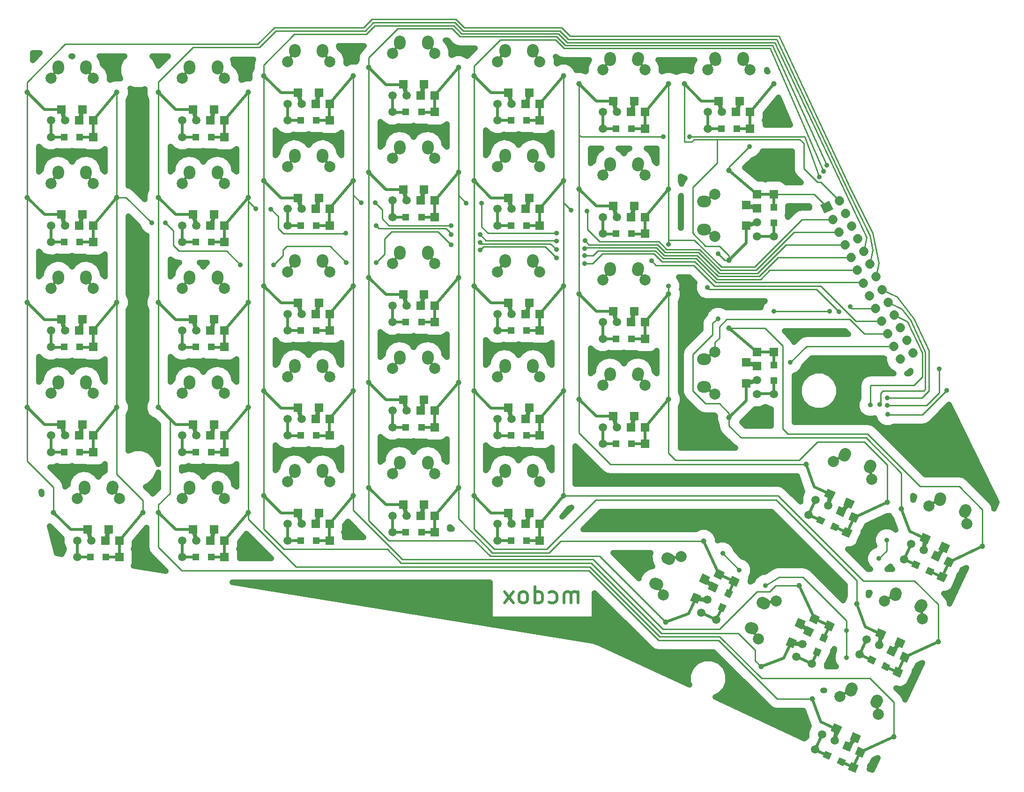
<source format=gbl>
%FSLAX46Y46*%
G04 Gerber Fmt 4.6, Leading zero omitted, Abs format (unit mm)*
G04 Created by KiCad (PCBNEW (2014-09-07 BZR 5117)-product) date Thu 04 Dec 2014 19:35:44 GMT*
%MOMM*%
G01*
G04 APERTURE LIST*
%ADD10C,0.100000*%
%ADD11C,0.500000*%
%ADD12C,0.750000*%
%ADD13C,1.500000*%
%ADD14C,2.000000*%
%ADD15C,2.100000*%
%ADD16C,1.000000*%
%ADD17R,1.600000X1.500000*%
%ADD18R,1.500000X1.500000*%
%ADD19R,1.300000X1.200000*%
%ADD20R,1.500000X1.600000*%
%ADD21R,1.200000X1.300000*%
%ADD22C,1.727200*%
%ADD23C,0.889000*%
%ADD24C,0.254000*%
%ADD25C,1.000000*%
G04 APERTURE END LIST*
D10*
D11*
X171500000Y-126357143D02*
X171500000Y-124357143D01*
X171500000Y-124642857D02*
X171357143Y-124500000D01*
X171071429Y-124357143D01*
X170642857Y-124357143D01*
X170357143Y-124500000D01*
X170214286Y-124785714D01*
X170214286Y-126357143D01*
X170214286Y-124785714D02*
X170071429Y-124500000D01*
X169785715Y-124357143D01*
X169357143Y-124357143D01*
X169071429Y-124500000D01*
X168928572Y-124785714D01*
X168928572Y-126357143D01*
X166214286Y-126214286D02*
X166500000Y-126357143D01*
X167071429Y-126357143D01*
X167357143Y-126214286D01*
X167500000Y-126071429D01*
X167642857Y-125785714D01*
X167642857Y-124928571D01*
X167500000Y-124642857D01*
X167357143Y-124500000D01*
X167071429Y-124357143D01*
X166500000Y-124357143D01*
X166214286Y-124500000D01*
X163642857Y-126357143D02*
X163642857Y-123357143D01*
X163642857Y-126214286D02*
X163928571Y-126357143D01*
X164500000Y-126357143D01*
X164785714Y-126214286D01*
X164928571Y-126071429D01*
X165071428Y-125785714D01*
X165071428Y-124928571D01*
X164928571Y-124642857D01*
X164785714Y-124500000D01*
X164500000Y-124357143D01*
X163928571Y-124357143D01*
X163642857Y-124500000D01*
X161785714Y-126357143D02*
X162071428Y-126214286D01*
X162214285Y-126071429D01*
X162357142Y-125785714D01*
X162357142Y-124928571D01*
X162214285Y-124642857D01*
X162071428Y-124500000D01*
X161785714Y-124357143D01*
X161357142Y-124357143D01*
X161071428Y-124500000D01*
X160928571Y-124642857D01*
X160785714Y-124928571D01*
X160785714Y-125785714D01*
X160928571Y-126071429D01*
X161071428Y-126214286D01*
X161357142Y-126357143D01*
X161785714Y-126357143D01*
X159785714Y-126357143D02*
X158214285Y-124357143D01*
X159785714Y-124357143D02*
X158214285Y-126357143D01*
X187700361Y-118297417D02*
X190058154Y-117973517D01*
X185570365Y-122865209D02*
X186837803Y-124879582D01*
X191446463Y-128341656D02*
X192883365Y-125260209D01*
X191446463Y-128341656D02*
X187326792Y-129841093D01*
X196978119Y-121211384D02*
X194173208Y-115158907D01*
D12*
X192756579Y-125532101D02*
X194822766Y-125833553D01*
X194362529Y-122088132D02*
X195921573Y-123477153D01*
D11*
X196485144Y-129367178D02*
X197541689Y-127101408D01*
X196485144Y-129367178D02*
X193766220Y-128099323D01*
X199697042Y-122479238D02*
X196978119Y-121211384D01*
X199697042Y-122479238D02*
X198640497Y-124745008D01*
X204920209Y-126327164D02*
X207278002Y-126003264D01*
X202790213Y-130894956D02*
X204057651Y-132909329D01*
X208666311Y-136371403D02*
X210103213Y-133289956D01*
X208666311Y-136371403D02*
X204546640Y-137870840D01*
X214197967Y-129241131D02*
X211393056Y-123188654D01*
D12*
X209976427Y-133561848D02*
X212042614Y-133863300D01*
X211582377Y-130117879D02*
X213141421Y-131506900D01*
D11*
X213704992Y-137396925D02*
X214761537Y-135131155D01*
X213704992Y-137396925D02*
X210986068Y-136129070D01*
X216916890Y-130508985D02*
X214197967Y-129241131D01*
X216916890Y-130508985D02*
X215860345Y-132774755D01*
X225377405Y-144119779D02*
X225701305Y-146477572D01*
X220809613Y-141989783D02*
X218795240Y-143257221D01*
X215333166Y-147865881D02*
X218414613Y-149302783D01*
X215333166Y-147865881D02*
X213833729Y-143746210D01*
X222463438Y-153397537D02*
X228515915Y-150592626D01*
D12*
X218142721Y-149175997D02*
X217841269Y-151242184D01*
X221586690Y-150781947D02*
X220197669Y-152340991D01*
D11*
X214307644Y-152904562D02*
X216573414Y-153961107D01*
X214307644Y-152904562D02*
X215575499Y-150185638D01*
X221195584Y-156116460D02*
X222463438Y-153397537D01*
X221195584Y-156116460D02*
X218929814Y-155059915D01*
X233407152Y-126899931D02*
X233731052Y-129257724D01*
X228839360Y-124769935D02*
X226824987Y-126037373D01*
X223362913Y-130646033D02*
X226444360Y-132082935D01*
X223362913Y-130646033D02*
X221863476Y-126526362D01*
X230493185Y-136177689D02*
X236545662Y-133372778D01*
D12*
X226172468Y-131956149D02*
X225871016Y-134022336D01*
X229616437Y-133562099D02*
X228227416Y-135121143D01*
D11*
X222337391Y-135684714D02*
X224603161Y-136741259D01*
X222337391Y-135684714D02*
X223605246Y-132965790D01*
X229225331Y-138896612D02*
X230493185Y-136177689D01*
X229225331Y-138896612D02*
X226959561Y-137840067D01*
X241436899Y-109680083D02*
X241760799Y-112037876D01*
X236869107Y-107550087D02*
X234854734Y-108817525D01*
X231392660Y-113426185D02*
X234474107Y-114863087D01*
X231392660Y-113426185D02*
X229893223Y-109306514D01*
X238522932Y-118957841D02*
X244575409Y-116152930D01*
D12*
X234202215Y-114736301D02*
X233900763Y-116802488D01*
X237646184Y-116342251D02*
X236257163Y-117901295D01*
D11*
X230367138Y-118464866D02*
X232632908Y-119521411D01*
X230367138Y-118464866D02*
X231634993Y-115745942D01*
X237255078Y-121676764D02*
X238522932Y-118957841D01*
X237255078Y-121676764D02*
X234989308Y-120620219D01*
X224217051Y-101650336D02*
X224540951Y-104008129D01*
X219649259Y-99520340D02*
X217634886Y-100787778D01*
X214172812Y-105396438D02*
X217254259Y-106833340D01*
X214172812Y-105396438D02*
X212673375Y-101276767D01*
X221303084Y-110928094D02*
X227355561Y-108123183D01*
D12*
X216982367Y-106706554D02*
X216680915Y-108772741D01*
X220426336Y-108312504D02*
X219037315Y-109871548D01*
D11*
X213147290Y-110435119D02*
X215413060Y-111491664D01*
X213147290Y-110435119D02*
X214415145Y-107716195D01*
X220035230Y-113647017D02*
X221303084Y-110928094D01*
X220035230Y-113647017D02*
X217769460Y-112590472D01*
X201270000Y-27960000D02*
X202560000Y-29960000D01*
X196230000Y-27960000D02*
X194940000Y-29960000D01*
X193750000Y-35600000D02*
X197150000Y-35600000D01*
X193750000Y-35600000D02*
X190650000Y-32500000D01*
X202550000Y-37600000D02*
X206850000Y-32500000D01*
D12*
X196850000Y-35600000D02*
X197450000Y-37600000D01*
X200650000Y-35600000D02*
X200050000Y-37600000D01*
D11*
X194950000Y-40600000D02*
X197450000Y-40600000D01*
X194950000Y-40600000D02*
X194950000Y-37600000D01*
X202550000Y-40600000D02*
X202550000Y-37600000D01*
X202550000Y-40600000D02*
X200050000Y-40600000D01*
X194210000Y-53730000D02*
X196210000Y-52440000D01*
X194210000Y-58770000D02*
X196210000Y-60060000D01*
X201850000Y-61250000D02*
X201850000Y-57850000D01*
X201850000Y-61250000D02*
X198750000Y-64350000D01*
X203850000Y-52450000D02*
X198750000Y-48150000D01*
D12*
X201850000Y-58150000D02*
X203850000Y-57550000D01*
X201850000Y-54350000D02*
X203850000Y-54950000D01*
D11*
X206850000Y-60050000D02*
X206850000Y-57550000D01*
X206850000Y-60050000D02*
X203850000Y-60050000D01*
X206850000Y-52450000D02*
X203850000Y-52450000D01*
X206850000Y-52450000D02*
X206850000Y-54950000D01*
X194210000Y-82230000D02*
X196210000Y-80940000D01*
X194210000Y-87270000D02*
X196210000Y-88560000D01*
X201850000Y-89750000D02*
X201850000Y-86350000D01*
X201850000Y-89750000D02*
X198750000Y-92850000D01*
X203850000Y-80950000D02*
X198750000Y-76650000D01*
D12*
X201850000Y-86650000D02*
X203850000Y-86050000D01*
X201850000Y-82850000D02*
X203850000Y-83450000D01*
D11*
X206850000Y-88550000D02*
X206850000Y-86050000D01*
X206850000Y-88550000D02*
X203850000Y-88550000D01*
X206850000Y-80950000D02*
X203850000Y-80950000D01*
X206850000Y-80950000D02*
X206850000Y-83450000D01*
X182270000Y-27960000D02*
X183560000Y-29960000D01*
X177230000Y-27960000D02*
X175940000Y-29960000D01*
X174750000Y-35600000D02*
X178150000Y-35600000D01*
X174750000Y-35600000D02*
X171650000Y-32500000D01*
X183550000Y-37600000D02*
X187850000Y-32500000D01*
D12*
X177850000Y-35600000D02*
X178450000Y-37600000D01*
X181650000Y-35600000D02*
X181050000Y-37600000D01*
D11*
X175950000Y-40600000D02*
X178450000Y-40600000D01*
X175950000Y-40600000D02*
X175950000Y-37600000D01*
X183550000Y-40600000D02*
X183550000Y-37600000D01*
X183550000Y-40600000D02*
X181050000Y-40600000D01*
X182270000Y-46960000D02*
X183560000Y-48960000D01*
X177230000Y-46960000D02*
X175940000Y-48960000D01*
X174750000Y-54600000D02*
X178150000Y-54600000D01*
X174750000Y-54600000D02*
X171650000Y-51500000D01*
X183550000Y-56600000D02*
X187850000Y-51500000D01*
D12*
X177850000Y-54600000D02*
X178450000Y-56600000D01*
X181650000Y-54600000D02*
X181050000Y-56600000D01*
D11*
X175950000Y-59600000D02*
X178450000Y-59600000D01*
X175950000Y-59600000D02*
X175950000Y-56600000D01*
X183550000Y-59600000D02*
X183550000Y-56600000D01*
X183550000Y-59600000D02*
X181050000Y-59600000D01*
X182270000Y-65960000D02*
X183560000Y-67960000D01*
X177230000Y-65960000D02*
X175940000Y-67960000D01*
X174750000Y-73600000D02*
X178150000Y-73600000D01*
X174750000Y-73600000D02*
X171650000Y-70500000D01*
X183550000Y-75600000D02*
X187850000Y-70500000D01*
D12*
X177850000Y-73600000D02*
X178450000Y-75600000D01*
X181650000Y-73600000D02*
X181050000Y-75600000D01*
D11*
X175950000Y-78600000D02*
X178450000Y-78600000D01*
X175950000Y-78600000D02*
X175950000Y-75600000D01*
X183550000Y-78600000D02*
X183550000Y-75600000D01*
X183550000Y-78600000D02*
X181050000Y-78600000D01*
X182270000Y-84960000D02*
X183560000Y-86960000D01*
X177230000Y-84960000D02*
X175940000Y-86960000D01*
X174750000Y-92600000D02*
X178150000Y-92600000D01*
X174750000Y-92600000D02*
X171650000Y-89500000D01*
X183550000Y-94600000D02*
X187850000Y-89500000D01*
D12*
X177850000Y-92600000D02*
X178450000Y-94600000D01*
X181650000Y-92600000D02*
X181050000Y-94600000D01*
D11*
X175950000Y-97600000D02*
X178450000Y-97600000D01*
X175950000Y-97600000D02*
X175950000Y-94600000D01*
X183550000Y-97600000D02*
X183550000Y-94600000D01*
X183550000Y-97600000D02*
X181050000Y-97600000D01*
X163270000Y-26460000D02*
X164560000Y-28460000D01*
X158230000Y-26460000D02*
X156940000Y-28460000D01*
X155750000Y-34100000D02*
X159150000Y-34100000D01*
X155750000Y-34100000D02*
X152650000Y-31000000D01*
X164550000Y-36100000D02*
X168850000Y-31000000D01*
D12*
X158850000Y-34100000D02*
X159450000Y-36100000D01*
X162650000Y-34100000D02*
X162050000Y-36100000D01*
D11*
X156950000Y-39100000D02*
X159450000Y-39100000D01*
X156950000Y-39100000D02*
X156950000Y-36100000D01*
X164550000Y-39100000D02*
X164550000Y-36100000D01*
X164550000Y-39100000D02*
X162050000Y-39100000D01*
X163270000Y-45460000D02*
X164560000Y-47460000D01*
X158230000Y-45460000D02*
X156940000Y-47460000D01*
X155750000Y-53100000D02*
X159150000Y-53100000D01*
X155750000Y-53100000D02*
X152650000Y-50000000D01*
X164550000Y-55100000D02*
X168850000Y-50000000D01*
D12*
X158850000Y-53100000D02*
X159450000Y-55100000D01*
X162650000Y-53100000D02*
X162050000Y-55100000D01*
D11*
X156950000Y-58100000D02*
X159450000Y-58100000D01*
X156950000Y-58100000D02*
X156950000Y-55100000D01*
X164550000Y-58100000D02*
X164550000Y-55100000D01*
X164550000Y-58100000D02*
X162050000Y-58100000D01*
X163270000Y-64460000D02*
X164560000Y-66460000D01*
X158230000Y-64460000D02*
X156940000Y-66460000D01*
X155750000Y-72100000D02*
X159150000Y-72100000D01*
X155750000Y-72100000D02*
X152650000Y-69000000D01*
X164550000Y-74100000D02*
X168850000Y-69000000D01*
D12*
X158850000Y-72100000D02*
X159450000Y-74100000D01*
X162650000Y-72100000D02*
X162050000Y-74100000D01*
D11*
X156950000Y-77100000D02*
X159450000Y-77100000D01*
X156950000Y-77100000D02*
X156950000Y-74100000D01*
X164550000Y-77100000D02*
X164550000Y-74100000D01*
X164550000Y-77100000D02*
X162050000Y-77100000D01*
X163270000Y-83460000D02*
X164560000Y-85460000D01*
X158230000Y-83460000D02*
X156940000Y-85460000D01*
X155750000Y-91100000D02*
X159150000Y-91100000D01*
X155750000Y-91100000D02*
X152650000Y-88000000D01*
X164550000Y-93100000D02*
X168850000Y-88000000D01*
D12*
X158850000Y-91100000D02*
X159450000Y-93100000D01*
X162650000Y-91100000D02*
X162050000Y-93100000D01*
D11*
X156950000Y-96100000D02*
X159450000Y-96100000D01*
X156950000Y-96100000D02*
X156950000Y-93100000D01*
X164550000Y-96100000D02*
X164550000Y-93100000D01*
X164550000Y-96100000D02*
X162050000Y-96100000D01*
X163270000Y-102460000D02*
X164560000Y-104460000D01*
X158230000Y-102460000D02*
X156940000Y-104460000D01*
X155750000Y-110100000D02*
X159150000Y-110100000D01*
X155750000Y-110100000D02*
X152650000Y-107000000D01*
X164550000Y-112100000D02*
X168850000Y-107000000D01*
D12*
X158850000Y-110100000D02*
X159450000Y-112100000D01*
X162650000Y-110100000D02*
X162050000Y-112100000D01*
D11*
X156950000Y-115100000D02*
X159450000Y-115100000D01*
X156950000Y-115100000D02*
X156950000Y-112100000D01*
X164550000Y-115100000D02*
X164550000Y-112100000D01*
X164550000Y-115100000D02*
X162050000Y-115100000D01*
X144270000Y-24960000D02*
X145560000Y-26960000D01*
X139230000Y-24960000D02*
X137940000Y-26960000D01*
X136750000Y-32600000D02*
X140150000Y-32600000D01*
X136750000Y-32600000D02*
X133650000Y-29500000D01*
X145550000Y-34600000D02*
X149850000Y-29500000D01*
D12*
X139850000Y-32600000D02*
X140450000Y-34600000D01*
X143650000Y-32600000D02*
X143050000Y-34600000D01*
D11*
X137950000Y-37600000D02*
X140450000Y-37600000D01*
X137950000Y-37600000D02*
X137950000Y-34600000D01*
X145550000Y-37600000D02*
X145550000Y-34600000D01*
X145550000Y-37600000D02*
X143050000Y-37600000D01*
X144270000Y-43960000D02*
X145560000Y-45960000D01*
X139230000Y-43960000D02*
X137940000Y-45960000D01*
X136750000Y-51600000D02*
X140150000Y-51600000D01*
X136750000Y-51600000D02*
X133650000Y-48500000D01*
X145550000Y-53600000D02*
X149850000Y-48500000D01*
D12*
X139850000Y-51600000D02*
X140450000Y-53600000D01*
X143650000Y-51600000D02*
X143050000Y-53600000D01*
D11*
X137950000Y-56600000D02*
X140450000Y-56600000D01*
X137950000Y-56600000D02*
X137950000Y-53600000D01*
X145550000Y-56600000D02*
X145550000Y-53600000D01*
X145550000Y-56600000D02*
X143050000Y-56600000D01*
X144270000Y-62960000D02*
X145560000Y-64960000D01*
X139230000Y-62960000D02*
X137940000Y-64960000D01*
X136750000Y-70600000D02*
X140150000Y-70600000D01*
X136750000Y-70600000D02*
X133650000Y-67500000D01*
X145550000Y-72600000D02*
X149850000Y-67500000D01*
D12*
X139850000Y-70600000D02*
X140450000Y-72600000D01*
X143650000Y-70600000D02*
X143050000Y-72600000D01*
D11*
X137950000Y-75600000D02*
X140450000Y-75600000D01*
X137950000Y-75600000D02*
X137950000Y-72600000D01*
X145550000Y-75600000D02*
X145550000Y-72600000D01*
X145550000Y-75600000D02*
X143050000Y-75600000D01*
X144270000Y-81960000D02*
X145560000Y-83960000D01*
X139230000Y-81960000D02*
X137940000Y-83960000D01*
X136750000Y-89600000D02*
X140150000Y-89600000D01*
X136750000Y-89600000D02*
X133650000Y-86500000D01*
X145550000Y-91600000D02*
X149850000Y-86500000D01*
D12*
X139850000Y-89600000D02*
X140450000Y-91600000D01*
X143650000Y-89600000D02*
X143050000Y-91600000D01*
D11*
X137950000Y-94600000D02*
X140450000Y-94600000D01*
X137950000Y-94600000D02*
X137950000Y-91600000D01*
X145550000Y-94600000D02*
X145550000Y-91600000D01*
X145550000Y-94600000D02*
X143050000Y-94600000D01*
X144270000Y-100960000D02*
X145560000Y-102960000D01*
X139230000Y-100960000D02*
X137940000Y-102960000D01*
X136750000Y-108600000D02*
X140150000Y-108600000D01*
X136750000Y-108600000D02*
X133650000Y-105500000D01*
X145550000Y-110600000D02*
X149850000Y-105500000D01*
D12*
X139850000Y-108600000D02*
X140450000Y-110600000D01*
X143650000Y-108600000D02*
X143050000Y-110600000D01*
D11*
X137950000Y-113600000D02*
X140450000Y-113600000D01*
X137950000Y-113600000D02*
X137950000Y-110600000D01*
X145550000Y-113600000D02*
X145550000Y-110600000D01*
X145550000Y-113600000D02*
X143050000Y-113600000D01*
X125270000Y-26460000D02*
X126560000Y-28460000D01*
X120230000Y-26460000D02*
X118940000Y-28460000D01*
X117750000Y-34100000D02*
X121150000Y-34100000D01*
X117750000Y-34100000D02*
X114650000Y-31000000D01*
X126550000Y-36100000D02*
X130850000Y-31000000D01*
D12*
X120850000Y-34100000D02*
X121450000Y-36100000D01*
X124650000Y-34100000D02*
X124050000Y-36100000D01*
D11*
X118950000Y-39100000D02*
X121450000Y-39100000D01*
X118950000Y-39100000D02*
X118950000Y-36100000D01*
X126550000Y-39100000D02*
X126550000Y-36100000D01*
X126550000Y-39100000D02*
X124050000Y-39100000D01*
X125270000Y-45460000D02*
X126560000Y-47460000D01*
X120230000Y-45460000D02*
X118940000Y-47460000D01*
X117750000Y-53100000D02*
X121150000Y-53100000D01*
X117750000Y-53100000D02*
X114650000Y-50000000D01*
X126550000Y-55100000D02*
X130850000Y-50000000D01*
D12*
X120850000Y-53100000D02*
X121450000Y-55100000D01*
X124650000Y-53100000D02*
X124050000Y-55100000D01*
D11*
X118950000Y-58100000D02*
X121450000Y-58100000D01*
X118950000Y-58100000D02*
X118950000Y-55100000D01*
X126550000Y-58100000D02*
X126550000Y-55100000D01*
X126550000Y-58100000D02*
X124050000Y-58100000D01*
X125270000Y-64460000D02*
X126560000Y-66460000D01*
X120230000Y-64460000D02*
X118940000Y-66460000D01*
X117750000Y-72100000D02*
X121150000Y-72100000D01*
X117750000Y-72100000D02*
X114650000Y-69000000D01*
X126550000Y-74100000D02*
X130850000Y-69000000D01*
D12*
X120850000Y-72100000D02*
X121450000Y-74100000D01*
X124650000Y-72100000D02*
X124050000Y-74100000D01*
D11*
X118950000Y-77100000D02*
X121450000Y-77100000D01*
X118950000Y-77100000D02*
X118950000Y-74100000D01*
X126550000Y-77100000D02*
X126550000Y-74100000D01*
X126550000Y-77100000D02*
X124050000Y-77100000D01*
X125270000Y-83460000D02*
X126560000Y-85460000D01*
X120230000Y-83460000D02*
X118940000Y-85460000D01*
X117750000Y-91100000D02*
X121150000Y-91100000D01*
X117750000Y-91100000D02*
X114650000Y-88000000D01*
X126550000Y-93100000D02*
X130850000Y-88000000D01*
D12*
X120850000Y-91100000D02*
X121450000Y-93100000D01*
X124650000Y-91100000D02*
X124050000Y-93100000D01*
D11*
X118950000Y-96100000D02*
X121450000Y-96100000D01*
X118950000Y-96100000D02*
X118950000Y-93100000D01*
X126550000Y-96100000D02*
X126550000Y-93100000D01*
X126550000Y-96100000D02*
X124050000Y-96100000D01*
X125270000Y-102460000D02*
X126560000Y-104460000D01*
X120230000Y-102460000D02*
X118940000Y-104460000D01*
X117750000Y-110100000D02*
X121150000Y-110100000D01*
X117750000Y-110100000D02*
X114650000Y-107000000D01*
X126550000Y-112100000D02*
X130850000Y-107000000D01*
D12*
X120850000Y-110100000D02*
X121450000Y-112100000D01*
X124650000Y-110100000D02*
X124050000Y-112100000D01*
D11*
X118950000Y-115100000D02*
X121450000Y-115100000D01*
X118950000Y-115100000D02*
X118950000Y-112100000D01*
X126550000Y-115100000D02*
X126550000Y-112100000D01*
X126550000Y-115100000D02*
X124050000Y-115100000D01*
X106270000Y-29460000D02*
X107560000Y-31460000D01*
X101230000Y-29460000D02*
X99940000Y-31460000D01*
X98750000Y-37100000D02*
X102150000Y-37100000D01*
X98750000Y-37100000D02*
X95650000Y-34000000D01*
X107550000Y-39100000D02*
X111850000Y-34000000D01*
D12*
X101850000Y-37100000D02*
X102450000Y-39100000D01*
X105650000Y-37100000D02*
X105050000Y-39100000D01*
D11*
X99950000Y-42100000D02*
X102450000Y-42100000D01*
X99950000Y-42100000D02*
X99950000Y-39100000D01*
X107550000Y-42100000D02*
X107550000Y-39100000D01*
X107550000Y-42100000D02*
X105050000Y-42100000D01*
X106270000Y-48460000D02*
X107560000Y-50460000D01*
X101230000Y-48460000D02*
X99940000Y-50460000D01*
X98750000Y-56100000D02*
X102150000Y-56100000D01*
X98750000Y-56100000D02*
X95650000Y-53000000D01*
X107550000Y-58100000D02*
X111850000Y-53000000D01*
D12*
X101850000Y-56100000D02*
X102450000Y-58100000D01*
X105650000Y-56100000D02*
X105050000Y-58100000D01*
D11*
X99950000Y-61100000D02*
X102450000Y-61100000D01*
X99950000Y-61100000D02*
X99950000Y-58100000D01*
X107550000Y-61100000D02*
X107550000Y-58100000D01*
X107550000Y-61100000D02*
X105050000Y-61100000D01*
X106270000Y-67460000D02*
X107560000Y-69460000D01*
X101230000Y-67460000D02*
X99940000Y-69460000D01*
X98750000Y-75100000D02*
X102150000Y-75100000D01*
X98750000Y-75100000D02*
X95650000Y-72000000D01*
X107550000Y-77100000D02*
X111850000Y-72000000D01*
D12*
X101850000Y-75100000D02*
X102450000Y-77100000D01*
X105650000Y-75100000D02*
X105050000Y-77100000D01*
D11*
X99950000Y-80100000D02*
X102450000Y-80100000D01*
X99950000Y-80100000D02*
X99950000Y-77100000D01*
X107550000Y-80100000D02*
X107550000Y-77100000D01*
X107550000Y-80100000D02*
X105050000Y-80100000D01*
X106270000Y-86460000D02*
X107560000Y-88460000D01*
X101230000Y-86460000D02*
X99940000Y-88460000D01*
X98750000Y-94100000D02*
X102150000Y-94100000D01*
X98750000Y-94100000D02*
X95650000Y-91000000D01*
X107550000Y-96100000D02*
X111850000Y-91000000D01*
D12*
X101850000Y-94100000D02*
X102450000Y-96100000D01*
X105650000Y-94100000D02*
X105050000Y-96100000D01*
D11*
X99950000Y-99100000D02*
X102450000Y-99100000D01*
X99950000Y-99100000D02*
X99950000Y-96100000D01*
X107550000Y-99100000D02*
X107550000Y-96100000D01*
X107550000Y-99100000D02*
X105050000Y-99100000D01*
X106270000Y-105460000D02*
X107560000Y-107460000D01*
X101230000Y-105460000D02*
X99940000Y-107460000D01*
X98750000Y-113100000D02*
X102150000Y-113100000D01*
X98750000Y-113100000D02*
X95650000Y-110000000D01*
X107550000Y-115100000D02*
X111850000Y-110000000D01*
D12*
X101850000Y-113100000D02*
X102450000Y-115100000D01*
X105650000Y-113100000D02*
X105050000Y-115100000D01*
D11*
X99950000Y-118100000D02*
X102450000Y-118100000D01*
X99950000Y-118100000D02*
X99950000Y-115100000D01*
X107550000Y-118100000D02*
X107550000Y-115100000D01*
X107550000Y-118100000D02*
X105050000Y-118100000D01*
X82520000Y-29460000D02*
X83810000Y-31460000D01*
X77480000Y-29460000D02*
X76190000Y-31460000D01*
X75000000Y-37100000D02*
X78400000Y-37100000D01*
X75000000Y-37100000D02*
X71900000Y-34000000D01*
X83800000Y-39100000D02*
X88100000Y-34000000D01*
D12*
X78100000Y-37100000D02*
X78700000Y-39100000D01*
X81900000Y-37100000D02*
X81300000Y-39100000D01*
D11*
X76200000Y-42100000D02*
X78700000Y-42100000D01*
X76200000Y-42100000D02*
X76200000Y-39100000D01*
X83800000Y-42100000D02*
X83800000Y-39100000D01*
X83800000Y-42100000D02*
X81300000Y-42100000D01*
X82520000Y-48460000D02*
X83810000Y-50460000D01*
X77480000Y-48460000D02*
X76190000Y-50460000D01*
X75000000Y-56100000D02*
X78400000Y-56100000D01*
X75000000Y-56100000D02*
X71900000Y-53000000D01*
X83800000Y-58100000D02*
X88100000Y-53000000D01*
D12*
X78100000Y-56100000D02*
X78700000Y-58100000D01*
X81900000Y-56100000D02*
X81300000Y-58100000D01*
D11*
X76200000Y-61100000D02*
X78700000Y-61100000D01*
X76200000Y-61100000D02*
X76200000Y-58100000D01*
X83800000Y-61100000D02*
X83800000Y-58100000D01*
X83800000Y-61100000D02*
X81300000Y-61100000D01*
X82520000Y-67460000D02*
X83810000Y-69460000D01*
X77480000Y-67460000D02*
X76190000Y-69460000D01*
X75000000Y-75100000D02*
X78400000Y-75100000D01*
X75000000Y-75100000D02*
X71900000Y-72000000D01*
X83800000Y-77100000D02*
X88100000Y-72000000D01*
D12*
X78100000Y-75100000D02*
X78700000Y-77100000D01*
X81900000Y-75100000D02*
X81300000Y-77100000D01*
D11*
X76200000Y-80100000D02*
X78700000Y-80100000D01*
X76200000Y-80100000D02*
X76200000Y-77100000D01*
X83800000Y-80100000D02*
X83800000Y-77100000D01*
X83800000Y-80100000D02*
X81300000Y-80100000D01*
X82520000Y-86460000D02*
X83810000Y-88460000D01*
X77480000Y-86460000D02*
X76190000Y-88460000D01*
X75000000Y-94100000D02*
X78400000Y-94100000D01*
X75000000Y-94100000D02*
X71900000Y-91000000D01*
X83800000Y-96100000D02*
X88100000Y-91000000D01*
D12*
X78100000Y-94100000D02*
X78700000Y-96100000D01*
X81900000Y-94100000D02*
X81300000Y-96100000D01*
D11*
X76200000Y-99100000D02*
X78700000Y-99100000D01*
X76200000Y-99100000D02*
X76200000Y-96100000D01*
X83800000Y-99100000D02*
X83800000Y-96100000D01*
X83800000Y-99100000D02*
X81300000Y-99100000D01*
X87270000Y-105460000D02*
X88560000Y-107460000D01*
X82230000Y-105460000D02*
X80940000Y-107460000D01*
X79750000Y-113100000D02*
X83150000Y-113100000D01*
X79750000Y-113100000D02*
X76650000Y-110000000D01*
X88550000Y-115100000D02*
X92850000Y-110000000D01*
D12*
X82850000Y-113100000D02*
X83450000Y-115100000D01*
X86650000Y-113100000D02*
X86050000Y-115100000D01*
D11*
X80950000Y-118100000D02*
X83450000Y-118100000D01*
X80950000Y-118100000D02*
X80950000Y-115100000D01*
X88550000Y-118100000D02*
X88550000Y-115100000D01*
X88550000Y-118100000D02*
X86050000Y-118100000D01*
D10*
G36*
X194686039Y-123121689D02*
X193326578Y-122487762D01*
X194002767Y-121037669D01*
X195362228Y-121671596D01*
X194686039Y-123121689D01*
X194686039Y-123121689D01*
G37*
G36*
X193080089Y-126565659D02*
X191720628Y-125931732D01*
X192396817Y-124481639D01*
X193756278Y-125115566D01*
X193080089Y-126565659D01*
X193080089Y-126565659D01*
G37*
G36*
X196253536Y-124492585D02*
X194894074Y-123858657D01*
X195528002Y-122499195D01*
X196887464Y-123133123D01*
X196253536Y-124492585D01*
X196253536Y-124492585D01*
G37*
D13*
X194817318Y-125797912D03*
D10*
G36*
X197326986Y-122190563D02*
X195967524Y-121556635D01*
X196601452Y-120197173D01*
X197960914Y-120831101D01*
X197326986Y-122190563D01*
X197326986Y-122190563D01*
G37*
D13*
X193743868Y-128099933D03*
D10*
G36*
X200047722Y-123459263D02*
X198688260Y-122825335D01*
X199322188Y-121465873D01*
X200681650Y-122099801D01*
X200047722Y-123459263D01*
X200047722Y-123459263D01*
G37*
D13*
X196464604Y-129368633D03*
D10*
G36*
X198935528Y-125489441D02*
X197847958Y-124982299D01*
X198397362Y-123804099D01*
X199484932Y-124311241D01*
X198935528Y-125489441D01*
X198935528Y-125489441D01*
G37*
G36*
X197752197Y-128027103D02*
X196664627Y-127519961D01*
X197214031Y-126341761D01*
X198301601Y-126848903D01*
X197752197Y-128027103D01*
X197752197Y-128027103D01*
G37*
D14*
X190058154Y-117973517D03*
X186837803Y-124879582D03*
D15*
X187522478Y-118205997D02*
X187878244Y-118388837D01*
X185385992Y-122787706D02*
X185754738Y-122942712D01*
D16*
X187326792Y-129841093D03*
X194173208Y-115158907D03*
D10*
G36*
X211905887Y-131151436D02*
X210546426Y-130517509D01*
X211222615Y-129067416D01*
X212582076Y-129701343D01*
X211905887Y-131151436D01*
X211905887Y-131151436D01*
G37*
G36*
X210299937Y-134595406D02*
X208940476Y-133961479D01*
X209616665Y-132511386D01*
X210976126Y-133145313D01*
X210299937Y-134595406D01*
X210299937Y-134595406D01*
G37*
G36*
X213473384Y-132522332D02*
X212113922Y-131888404D01*
X212747850Y-130528942D01*
X214107312Y-131162870D01*
X213473384Y-132522332D01*
X213473384Y-132522332D01*
G37*
D13*
X212037166Y-133827659D03*
D10*
G36*
X214546834Y-130220310D02*
X213187372Y-129586382D01*
X213821300Y-128226920D01*
X215180762Y-128860848D01*
X214546834Y-130220310D01*
X214546834Y-130220310D01*
G37*
D13*
X210963716Y-136129680D03*
D10*
G36*
X217267570Y-131489010D02*
X215908108Y-130855082D01*
X216542036Y-129495620D01*
X217901498Y-130129548D01*
X217267570Y-131489010D01*
X217267570Y-131489010D01*
G37*
D13*
X213684452Y-137398380D03*
D10*
G36*
X216155376Y-133519188D02*
X215067806Y-133012046D01*
X215617210Y-131833846D01*
X216704780Y-132340988D01*
X216155376Y-133519188D01*
X216155376Y-133519188D01*
G37*
G36*
X214972045Y-136056850D02*
X213884475Y-135549708D01*
X214433879Y-134371508D01*
X215521449Y-134878650D01*
X214972045Y-136056850D01*
X214972045Y-136056850D01*
G37*
D14*
X207278002Y-126003264D03*
X204057651Y-132909329D03*
D15*
X204742326Y-126235744D02*
X205098092Y-126418584D01*
X202605840Y-130817453D02*
X202974586Y-130972459D01*
D16*
X204546640Y-137870840D03*
X211393056Y-123188654D03*
D10*
G36*
X220553133Y-151105457D02*
X221187060Y-149745996D01*
X222637153Y-150422185D01*
X222003226Y-151781646D01*
X220553133Y-151105457D01*
X220553133Y-151105457D01*
G37*
G36*
X217109163Y-149499507D02*
X217743090Y-148140046D01*
X219193183Y-148816235D01*
X218559256Y-150175696D01*
X217109163Y-149499507D01*
X217109163Y-149499507D01*
G37*
G36*
X219182237Y-152672954D02*
X219816165Y-151313492D01*
X221175627Y-151947420D01*
X220541699Y-153306882D01*
X219182237Y-152672954D01*
X219182237Y-152672954D01*
G37*
D13*
X217876910Y-151236736D03*
D10*
G36*
X221484259Y-153746404D02*
X222118187Y-152386942D01*
X223477649Y-153020870D01*
X222843721Y-154380332D01*
X221484259Y-153746404D01*
X221484259Y-153746404D01*
G37*
D13*
X215574889Y-150163286D03*
D10*
G36*
X220215559Y-156467140D02*
X220849487Y-155107678D01*
X222208949Y-155741606D01*
X221575021Y-157101068D01*
X220215559Y-156467140D01*
X220215559Y-156467140D01*
G37*
D13*
X214306189Y-152884022D03*
D10*
G36*
X218185381Y-155354946D02*
X218692523Y-154267376D01*
X219870723Y-154816780D01*
X219363581Y-155904350D01*
X218185381Y-155354946D01*
X218185381Y-155354946D01*
G37*
G36*
X215647719Y-154171615D02*
X216154861Y-153084045D01*
X217333061Y-153633449D01*
X216825919Y-154721019D01*
X215647719Y-154171615D01*
X215647719Y-154171615D01*
G37*
D14*
X225701305Y-146477572D03*
X218795240Y-143257221D03*
D15*
X225468825Y-143941896D02*
X225285985Y-144297662D01*
X220887116Y-141805410D02*
X220732110Y-142174156D01*
D16*
X213833729Y-143746210D03*
X228515915Y-150592626D03*
D10*
G36*
X228582880Y-133885609D02*
X229216807Y-132526148D01*
X230666900Y-133202337D01*
X230032973Y-134561798D01*
X228582880Y-133885609D01*
X228582880Y-133885609D01*
G37*
G36*
X225138910Y-132279659D02*
X225772837Y-130920198D01*
X227222930Y-131596387D01*
X226589003Y-132955848D01*
X225138910Y-132279659D01*
X225138910Y-132279659D01*
G37*
G36*
X227211984Y-135453106D02*
X227845912Y-134093644D01*
X229205374Y-134727572D01*
X228571446Y-136087034D01*
X227211984Y-135453106D01*
X227211984Y-135453106D01*
G37*
D13*
X225906657Y-134016888D03*
D10*
G36*
X229514006Y-136526556D02*
X230147934Y-135167094D01*
X231507396Y-135801022D01*
X230873468Y-137160484D01*
X229514006Y-136526556D01*
X229514006Y-136526556D01*
G37*
D13*
X223604636Y-132943438D03*
D10*
G36*
X228245306Y-139247292D02*
X228879234Y-137887830D01*
X230238696Y-138521758D01*
X229604768Y-139881220D01*
X228245306Y-139247292D01*
X228245306Y-139247292D01*
G37*
D13*
X222335936Y-135664174D03*
D10*
G36*
X226215128Y-138135098D02*
X226722270Y-137047528D01*
X227900470Y-137596932D01*
X227393328Y-138684502D01*
X226215128Y-138135098D01*
X226215128Y-138135098D01*
G37*
G36*
X223677466Y-136951767D02*
X224184608Y-135864197D01*
X225362808Y-136413601D01*
X224855666Y-137501171D01*
X223677466Y-136951767D01*
X223677466Y-136951767D01*
G37*
D14*
X233731052Y-129257724D03*
X226824987Y-126037373D03*
D15*
X233498572Y-126722048D02*
X233315732Y-127077814D01*
X228916863Y-124585562D02*
X228761857Y-124954308D01*
D16*
X221863476Y-126526362D03*
X236545662Y-133372778D03*
D10*
G36*
X236612627Y-116665761D02*
X237246554Y-115306300D01*
X238696647Y-115982489D01*
X238062720Y-117341950D01*
X236612627Y-116665761D01*
X236612627Y-116665761D01*
G37*
G36*
X233168657Y-115059811D02*
X233802584Y-113700350D01*
X235252677Y-114376539D01*
X234618750Y-115736000D01*
X233168657Y-115059811D01*
X233168657Y-115059811D01*
G37*
G36*
X235241731Y-118233258D02*
X235875659Y-116873796D01*
X237235121Y-117507724D01*
X236601193Y-118867186D01*
X235241731Y-118233258D01*
X235241731Y-118233258D01*
G37*
D13*
X233936404Y-116797040D03*
D10*
G36*
X237543753Y-119306708D02*
X238177681Y-117947246D01*
X239537143Y-118581174D01*
X238903215Y-119940636D01*
X237543753Y-119306708D01*
X237543753Y-119306708D01*
G37*
D13*
X231634383Y-115723590D03*
D10*
G36*
X236275053Y-122027444D02*
X236908981Y-120667982D01*
X238268443Y-121301910D01*
X237634515Y-122661372D01*
X236275053Y-122027444D01*
X236275053Y-122027444D01*
G37*
D13*
X230365683Y-118444326D03*
D10*
G36*
X234244875Y-120915250D02*
X234752017Y-119827680D01*
X235930217Y-120377084D01*
X235423075Y-121464654D01*
X234244875Y-120915250D01*
X234244875Y-120915250D01*
G37*
G36*
X231707213Y-119731919D02*
X232214355Y-118644349D01*
X233392555Y-119193753D01*
X232885413Y-120281323D01*
X231707213Y-119731919D01*
X231707213Y-119731919D01*
G37*
D14*
X241760799Y-112037876D03*
X234854734Y-108817525D03*
D15*
X241528319Y-109502200D02*
X241345479Y-109857966D01*
X236946610Y-107365714D02*
X236791604Y-107734460D01*
D16*
X229893223Y-109306514D03*
X244575409Y-116152930D03*
D10*
G36*
X219392779Y-108636014D02*
X220026706Y-107276553D01*
X221476799Y-107952742D01*
X220842872Y-109312203D01*
X219392779Y-108636014D01*
X219392779Y-108636014D01*
G37*
G36*
X215948809Y-107030064D02*
X216582736Y-105670603D01*
X218032829Y-106346792D01*
X217398902Y-107706253D01*
X215948809Y-107030064D01*
X215948809Y-107030064D01*
G37*
G36*
X218021883Y-110203511D02*
X218655811Y-108844049D01*
X220015273Y-109477977D01*
X219381345Y-110837439D01*
X218021883Y-110203511D01*
X218021883Y-110203511D01*
G37*
D13*
X216716556Y-108767293D03*
D10*
G36*
X220323905Y-111276961D02*
X220957833Y-109917499D01*
X222317295Y-110551427D01*
X221683367Y-111910889D01*
X220323905Y-111276961D01*
X220323905Y-111276961D01*
G37*
D13*
X214414535Y-107693843D03*
D10*
G36*
X219055205Y-113997697D02*
X219689133Y-112638235D01*
X221048595Y-113272163D01*
X220414667Y-114631625D01*
X219055205Y-113997697D01*
X219055205Y-113997697D01*
G37*
D13*
X213145835Y-110414579D03*
D10*
G36*
X217025027Y-112885503D02*
X217532169Y-111797933D01*
X218710369Y-112347337D01*
X218203227Y-113434907D01*
X217025027Y-112885503D01*
X217025027Y-112885503D01*
G37*
G36*
X214487365Y-111702172D02*
X214994507Y-110614602D01*
X216172707Y-111164006D01*
X215665565Y-112251576D01*
X214487365Y-111702172D01*
X214487365Y-111702172D01*
G37*
D14*
X224540951Y-104008129D03*
X217634886Y-100787778D03*
D15*
X224308471Y-101472453D02*
X224125631Y-101828219D01*
X219726762Y-99335967D02*
X219571756Y-99704713D01*
D16*
X212673375Y-101276767D03*
X227355561Y-108123183D03*
D17*
X200650000Y-35580000D03*
X196850000Y-35580000D03*
D18*
X200020000Y-37580000D03*
D13*
X197480000Y-37580000D03*
D18*
X202560000Y-37580000D03*
D13*
X194940000Y-37580000D03*
D18*
X202560000Y-40582000D03*
D13*
X194940000Y-40582000D03*
D19*
X200150000Y-40582000D03*
X197350000Y-40582000D03*
D14*
X202560000Y-29960000D03*
X194940000Y-29960000D03*
D15*
X201277678Y-27760147D02*
X201262322Y-28159853D01*
X196222322Y-27760147D02*
X196237678Y-28159853D01*
D16*
X190650000Y-32500000D03*
X206850000Y-32500000D03*
D20*
X201830000Y-54350000D03*
X201830000Y-58150000D03*
D18*
X203830000Y-54980000D03*
D13*
X203830000Y-57520000D03*
D18*
X203830000Y-52440000D03*
D13*
X203830000Y-60060000D03*
D18*
X206832000Y-52440000D03*
D13*
X206832000Y-60060000D03*
D21*
X206832000Y-54850000D03*
X206832000Y-57650000D03*
D14*
X196210000Y-52440000D03*
X196210000Y-60060000D03*
D15*
X194010147Y-53722322D02*
X194409853Y-53737678D01*
X194010147Y-58777678D02*
X194409853Y-58762322D01*
D16*
X198750000Y-64350000D03*
X198750000Y-48150000D03*
D20*
X201830000Y-82850000D03*
X201830000Y-86650000D03*
D18*
X203830000Y-83480000D03*
D13*
X203830000Y-86020000D03*
D18*
X203830000Y-80940000D03*
D13*
X203830000Y-88560000D03*
D18*
X206832000Y-80940000D03*
D13*
X206832000Y-88560000D03*
D21*
X206832000Y-83350000D03*
X206832000Y-86150000D03*
D14*
X196210000Y-80940000D03*
X196210000Y-88560000D03*
D15*
X194010147Y-82222322D02*
X194409853Y-82237678D01*
X194010147Y-87277678D02*
X194409853Y-87262322D01*
D16*
X198750000Y-92850000D03*
X198750000Y-76650000D03*
D17*
X181650000Y-35580000D03*
X177850000Y-35580000D03*
D18*
X181020000Y-37580000D03*
D13*
X178480000Y-37580000D03*
D18*
X183560000Y-37580000D03*
D13*
X175940000Y-37580000D03*
D18*
X183560000Y-40582000D03*
D13*
X175940000Y-40582000D03*
D19*
X181150000Y-40582000D03*
X178350000Y-40582000D03*
D14*
X183560000Y-29960000D03*
X175940000Y-29960000D03*
D15*
X182277678Y-27760147D02*
X182262322Y-28159853D01*
X177222322Y-27760147D02*
X177237678Y-28159853D01*
D16*
X171650000Y-32500000D03*
X187850000Y-32500000D03*
D17*
X181650000Y-54580000D03*
X177850000Y-54580000D03*
D18*
X181020000Y-56580000D03*
D13*
X178480000Y-56580000D03*
D18*
X183560000Y-56580000D03*
D13*
X175940000Y-56580000D03*
D18*
X183560000Y-59582000D03*
D13*
X175940000Y-59582000D03*
D19*
X181150000Y-59582000D03*
X178350000Y-59582000D03*
D14*
X183560000Y-48960000D03*
X175940000Y-48960000D03*
D15*
X182277678Y-46760147D02*
X182262322Y-47159853D01*
X177222322Y-46760147D02*
X177237678Y-47159853D01*
D16*
X171650000Y-51500000D03*
X187850000Y-51500000D03*
D17*
X181650000Y-73580000D03*
X177850000Y-73580000D03*
D18*
X181020000Y-75580000D03*
D13*
X178480000Y-75580000D03*
D18*
X183560000Y-75580000D03*
D13*
X175940000Y-75580000D03*
D18*
X183560000Y-78582000D03*
D13*
X175940000Y-78582000D03*
D19*
X181150000Y-78582000D03*
X178350000Y-78582000D03*
D14*
X183560000Y-67960000D03*
X175940000Y-67960000D03*
D15*
X182277678Y-65760147D02*
X182262322Y-66159853D01*
X177222322Y-65760147D02*
X177237678Y-66159853D01*
D16*
X171650000Y-70500000D03*
X187850000Y-70500000D03*
D17*
X181650000Y-92580000D03*
X177850000Y-92580000D03*
D18*
X181020000Y-94580000D03*
D13*
X178480000Y-94580000D03*
D18*
X183560000Y-94580000D03*
D13*
X175940000Y-94580000D03*
D18*
X183560000Y-97582000D03*
D13*
X175940000Y-97582000D03*
D19*
X181150000Y-97582000D03*
X178350000Y-97582000D03*
D14*
X183560000Y-86960000D03*
X175940000Y-86960000D03*
D15*
X182277678Y-84760147D02*
X182262322Y-85159853D01*
X177222322Y-84760147D02*
X177237678Y-85159853D01*
D16*
X171650000Y-89500000D03*
X187850000Y-89500000D03*
D17*
X162650000Y-34080000D03*
X158850000Y-34080000D03*
D18*
X162020000Y-36080000D03*
D13*
X159480000Y-36080000D03*
D18*
X164560000Y-36080000D03*
D13*
X156940000Y-36080000D03*
D18*
X164560000Y-39082000D03*
D13*
X156940000Y-39082000D03*
D19*
X162150000Y-39082000D03*
X159350000Y-39082000D03*
D14*
X164560000Y-28460000D03*
X156940000Y-28460000D03*
D15*
X163277678Y-26260147D02*
X163262322Y-26659853D01*
X158222322Y-26260147D02*
X158237678Y-26659853D01*
D16*
X152650000Y-31000000D03*
X168850000Y-31000000D03*
D17*
X162650000Y-53080000D03*
X158850000Y-53080000D03*
D18*
X162020000Y-55080000D03*
D13*
X159480000Y-55080000D03*
D18*
X164560000Y-55080000D03*
D13*
X156940000Y-55080000D03*
D18*
X164560000Y-58082000D03*
D13*
X156940000Y-58082000D03*
D19*
X162150000Y-58082000D03*
X159350000Y-58082000D03*
D14*
X164560000Y-47460000D03*
X156940000Y-47460000D03*
D15*
X163277678Y-45260147D02*
X163262322Y-45659853D01*
X158222322Y-45260147D02*
X158237678Y-45659853D01*
D16*
X152650000Y-50000000D03*
X168850000Y-50000000D03*
D17*
X162650000Y-72080000D03*
X158850000Y-72080000D03*
D18*
X162020000Y-74080000D03*
D13*
X159480000Y-74080000D03*
D18*
X164560000Y-74080000D03*
D13*
X156940000Y-74080000D03*
D18*
X164560000Y-77082000D03*
D13*
X156940000Y-77082000D03*
D19*
X162150000Y-77082000D03*
X159350000Y-77082000D03*
D14*
X164560000Y-66460000D03*
X156940000Y-66460000D03*
D15*
X163277678Y-64260147D02*
X163262322Y-64659853D01*
X158222322Y-64260147D02*
X158237678Y-64659853D01*
D16*
X152650000Y-69000000D03*
X168850000Y-69000000D03*
D17*
X162650000Y-91080000D03*
X158850000Y-91080000D03*
D18*
X162020000Y-93080000D03*
D13*
X159480000Y-93080000D03*
D18*
X164560000Y-93080000D03*
D13*
X156940000Y-93080000D03*
D18*
X164560000Y-96082000D03*
D13*
X156940000Y-96082000D03*
D19*
X162150000Y-96082000D03*
X159350000Y-96082000D03*
D14*
X164560000Y-85460000D03*
X156940000Y-85460000D03*
D15*
X163277678Y-83260147D02*
X163262322Y-83659853D01*
X158222322Y-83260147D02*
X158237678Y-83659853D01*
D16*
X152650000Y-88000000D03*
X168850000Y-88000000D03*
D17*
X162650000Y-110080000D03*
X158850000Y-110080000D03*
D18*
X162020000Y-112080000D03*
D13*
X159480000Y-112080000D03*
D18*
X164560000Y-112080000D03*
D13*
X156940000Y-112080000D03*
D18*
X164560000Y-115082000D03*
D13*
X156940000Y-115082000D03*
D19*
X162150000Y-115082000D03*
X159350000Y-115082000D03*
D14*
X164560000Y-104460000D03*
X156940000Y-104460000D03*
D15*
X163277678Y-102260147D02*
X163262322Y-102659853D01*
X158222322Y-102260147D02*
X158237678Y-102659853D01*
D16*
X152650000Y-107000000D03*
X168850000Y-107000000D03*
D17*
X143650000Y-32580000D03*
X139850000Y-32580000D03*
D18*
X143020000Y-34580000D03*
D13*
X140480000Y-34580000D03*
D18*
X145560000Y-34580000D03*
D13*
X137940000Y-34580000D03*
D18*
X145560000Y-37582000D03*
D13*
X137940000Y-37582000D03*
D19*
X143150000Y-37582000D03*
X140350000Y-37582000D03*
D14*
X145560000Y-26960000D03*
X137940000Y-26960000D03*
D15*
X144277678Y-24760147D02*
X144262322Y-25159853D01*
X139222322Y-24760147D02*
X139237678Y-25159853D01*
D16*
X133650000Y-29500000D03*
X149850000Y-29500000D03*
D17*
X143650000Y-51580000D03*
X139850000Y-51580000D03*
D18*
X143020000Y-53580000D03*
D13*
X140480000Y-53580000D03*
D18*
X145560000Y-53580000D03*
D13*
X137940000Y-53580000D03*
D18*
X145560000Y-56582000D03*
D13*
X137940000Y-56582000D03*
D19*
X143150000Y-56582000D03*
X140350000Y-56582000D03*
D14*
X145560000Y-45960000D03*
X137940000Y-45960000D03*
D15*
X144277678Y-43760147D02*
X144262322Y-44159853D01*
X139222322Y-43760147D02*
X139237678Y-44159853D01*
D16*
X133650000Y-48500000D03*
X149850000Y-48500000D03*
D17*
X143650000Y-70580000D03*
X139850000Y-70580000D03*
D18*
X143020000Y-72580000D03*
D13*
X140480000Y-72580000D03*
D18*
X145560000Y-72580000D03*
D13*
X137940000Y-72580000D03*
D18*
X145560000Y-75582000D03*
D13*
X137940000Y-75582000D03*
D19*
X143150000Y-75582000D03*
X140350000Y-75582000D03*
D14*
X145560000Y-64960000D03*
X137940000Y-64960000D03*
D15*
X144277678Y-62760147D02*
X144262322Y-63159853D01*
X139222322Y-62760147D02*
X139237678Y-63159853D01*
D16*
X133650000Y-67500000D03*
X149850000Y-67500000D03*
D17*
X143650000Y-89580000D03*
X139850000Y-89580000D03*
D18*
X143020000Y-91580000D03*
D13*
X140480000Y-91580000D03*
D18*
X145560000Y-91580000D03*
D13*
X137940000Y-91580000D03*
D18*
X145560000Y-94582000D03*
D13*
X137940000Y-94582000D03*
D19*
X143150000Y-94582000D03*
X140350000Y-94582000D03*
D14*
X145560000Y-83960000D03*
X137940000Y-83960000D03*
D15*
X144277678Y-81760147D02*
X144262322Y-82159853D01*
X139222322Y-81760147D02*
X139237678Y-82159853D01*
D16*
X133650000Y-86500000D03*
X149850000Y-86500000D03*
D17*
X143650000Y-108580000D03*
X139850000Y-108580000D03*
D18*
X143020000Y-110580000D03*
D13*
X140480000Y-110580000D03*
D18*
X145560000Y-110580000D03*
D13*
X137940000Y-110580000D03*
D18*
X145560000Y-113582000D03*
D13*
X137940000Y-113582000D03*
D19*
X143150000Y-113582000D03*
X140350000Y-113582000D03*
D14*
X145560000Y-102960000D03*
X137940000Y-102960000D03*
D15*
X144277678Y-100760147D02*
X144262322Y-101159853D01*
X139222322Y-100760147D02*
X139237678Y-101159853D01*
D16*
X133650000Y-105500000D03*
X149850000Y-105500000D03*
D17*
X124650000Y-34080000D03*
X120850000Y-34080000D03*
D18*
X124020000Y-36080000D03*
D13*
X121480000Y-36080000D03*
D18*
X126560000Y-36080000D03*
D13*
X118940000Y-36080000D03*
D18*
X126560000Y-39082000D03*
D13*
X118940000Y-39082000D03*
D19*
X124150000Y-39082000D03*
X121350000Y-39082000D03*
D14*
X126560000Y-28460000D03*
X118940000Y-28460000D03*
D15*
X125277678Y-26260147D02*
X125262322Y-26659853D01*
X120222322Y-26260147D02*
X120237678Y-26659853D01*
D16*
X114650000Y-31000000D03*
X130850000Y-31000000D03*
D17*
X124650000Y-53080000D03*
X120850000Y-53080000D03*
D18*
X124020000Y-55080000D03*
D13*
X121480000Y-55080000D03*
D18*
X126560000Y-55080000D03*
D13*
X118940000Y-55080000D03*
D18*
X126560000Y-58082000D03*
D13*
X118940000Y-58082000D03*
D19*
X124150000Y-58082000D03*
X121350000Y-58082000D03*
D14*
X126560000Y-47460000D03*
X118940000Y-47460000D03*
D15*
X125277678Y-45260147D02*
X125262322Y-45659853D01*
X120222322Y-45260147D02*
X120237678Y-45659853D01*
D16*
X114650000Y-50000000D03*
X130850000Y-50000000D03*
D17*
X124650000Y-72080000D03*
X120850000Y-72080000D03*
D18*
X124020000Y-74080000D03*
D13*
X121480000Y-74080000D03*
D18*
X126560000Y-74080000D03*
D13*
X118940000Y-74080000D03*
D18*
X126560000Y-77082000D03*
D13*
X118940000Y-77082000D03*
D19*
X124150000Y-77082000D03*
X121350000Y-77082000D03*
D14*
X126560000Y-66460000D03*
X118940000Y-66460000D03*
D15*
X125277678Y-64260147D02*
X125262322Y-64659853D01*
X120222322Y-64260147D02*
X120237678Y-64659853D01*
D16*
X114650000Y-69000000D03*
X130850000Y-69000000D03*
D17*
X124650000Y-91080000D03*
X120850000Y-91080000D03*
D18*
X124020000Y-93080000D03*
D13*
X121480000Y-93080000D03*
D18*
X126560000Y-93080000D03*
D13*
X118940000Y-93080000D03*
D18*
X126560000Y-96082000D03*
D13*
X118940000Y-96082000D03*
D19*
X124150000Y-96082000D03*
X121350000Y-96082000D03*
D14*
X126560000Y-85460000D03*
X118940000Y-85460000D03*
D15*
X125277678Y-83260147D02*
X125262322Y-83659853D01*
X120222322Y-83260147D02*
X120237678Y-83659853D01*
D16*
X114650000Y-88000000D03*
X130850000Y-88000000D03*
D17*
X124650000Y-110080000D03*
X120850000Y-110080000D03*
D18*
X124020000Y-112080000D03*
D13*
X121480000Y-112080000D03*
D18*
X126560000Y-112080000D03*
D13*
X118940000Y-112080000D03*
D18*
X126560000Y-115082000D03*
D13*
X118940000Y-115082000D03*
D19*
X124150000Y-115082000D03*
X121350000Y-115082000D03*
D14*
X126560000Y-104460000D03*
X118940000Y-104460000D03*
D15*
X125277678Y-102260147D02*
X125262322Y-102659853D01*
X120222322Y-102260147D02*
X120237678Y-102659853D01*
D16*
X114650000Y-107000000D03*
X130850000Y-107000000D03*
D17*
X105650000Y-37080000D03*
X101850000Y-37080000D03*
D18*
X105020000Y-39080000D03*
D13*
X102480000Y-39080000D03*
D18*
X107560000Y-39080000D03*
D13*
X99940000Y-39080000D03*
D18*
X107560000Y-42082000D03*
D13*
X99940000Y-42082000D03*
D19*
X105150000Y-42082000D03*
X102350000Y-42082000D03*
D14*
X107560000Y-31460000D03*
X99940000Y-31460000D03*
D15*
X106277678Y-29260147D02*
X106262322Y-29659853D01*
X101222322Y-29260147D02*
X101237678Y-29659853D01*
D16*
X95650000Y-34000000D03*
X111850000Y-34000000D03*
D17*
X105650000Y-56080000D03*
X101850000Y-56080000D03*
D18*
X105020000Y-58080000D03*
D13*
X102480000Y-58080000D03*
D18*
X107560000Y-58080000D03*
D13*
X99940000Y-58080000D03*
D18*
X107560000Y-61082000D03*
D13*
X99940000Y-61082000D03*
D19*
X105150000Y-61082000D03*
X102350000Y-61082000D03*
D14*
X107560000Y-50460000D03*
X99940000Y-50460000D03*
D15*
X106277678Y-48260147D02*
X106262322Y-48659853D01*
X101222322Y-48260147D02*
X101237678Y-48659853D01*
D16*
X95650000Y-53000000D03*
X111850000Y-53000000D03*
D17*
X105650000Y-75080000D03*
X101850000Y-75080000D03*
D18*
X105020000Y-77080000D03*
D13*
X102480000Y-77080000D03*
D18*
X107560000Y-77080000D03*
D13*
X99940000Y-77080000D03*
D18*
X107560000Y-80082000D03*
D13*
X99940000Y-80082000D03*
D19*
X105150000Y-80082000D03*
X102350000Y-80082000D03*
D14*
X107560000Y-69460000D03*
X99940000Y-69460000D03*
D15*
X106277678Y-67260147D02*
X106262322Y-67659853D01*
X101222322Y-67260147D02*
X101237678Y-67659853D01*
D16*
X95650000Y-72000000D03*
X111850000Y-72000000D03*
D17*
X105650000Y-94080000D03*
X101850000Y-94080000D03*
D18*
X105020000Y-96080000D03*
D13*
X102480000Y-96080000D03*
D18*
X107560000Y-96080000D03*
D13*
X99940000Y-96080000D03*
D18*
X107560000Y-99082000D03*
D13*
X99940000Y-99082000D03*
D19*
X105150000Y-99082000D03*
X102350000Y-99082000D03*
D14*
X107560000Y-88460000D03*
X99940000Y-88460000D03*
D15*
X106277678Y-86260147D02*
X106262322Y-86659853D01*
X101222322Y-86260147D02*
X101237678Y-86659853D01*
D16*
X95650000Y-91000000D03*
X111850000Y-91000000D03*
D17*
X105650000Y-113080000D03*
X101850000Y-113080000D03*
D18*
X105020000Y-115080000D03*
D13*
X102480000Y-115080000D03*
D18*
X107560000Y-115080000D03*
D13*
X99940000Y-115080000D03*
D18*
X107560000Y-118082000D03*
D13*
X99940000Y-118082000D03*
D19*
X105150000Y-118082000D03*
X102350000Y-118082000D03*
D14*
X107560000Y-107460000D03*
X99940000Y-107460000D03*
D15*
X106277678Y-105260147D02*
X106262322Y-105659853D01*
X101222322Y-105260147D02*
X101237678Y-105659853D01*
D16*
X95650000Y-110000000D03*
X111850000Y-110000000D03*
D17*
X81900000Y-37080000D03*
X78100000Y-37080000D03*
D18*
X81270000Y-39080000D03*
D13*
X78730000Y-39080000D03*
D18*
X83810000Y-39080000D03*
D13*
X76190000Y-39080000D03*
D18*
X83810000Y-42082000D03*
D13*
X76190000Y-42082000D03*
D19*
X81400000Y-42082000D03*
X78600000Y-42082000D03*
D14*
X83810000Y-31460000D03*
X76190000Y-31460000D03*
D15*
X82527678Y-29260147D02*
X82512322Y-29659853D01*
X77472322Y-29260147D02*
X77487678Y-29659853D01*
D16*
X71900000Y-34000000D03*
X88100000Y-34000000D03*
D17*
X81900000Y-56080000D03*
X78100000Y-56080000D03*
D18*
X81270000Y-58080000D03*
D13*
X78730000Y-58080000D03*
D18*
X83810000Y-58080000D03*
D13*
X76190000Y-58080000D03*
D18*
X83810000Y-61082000D03*
D13*
X76190000Y-61082000D03*
D19*
X81400000Y-61082000D03*
X78600000Y-61082000D03*
D14*
X83810000Y-50460000D03*
X76190000Y-50460000D03*
D15*
X82527678Y-48260147D02*
X82512322Y-48659853D01*
X77472322Y-48260147D02*
X77487678Y-48659853D01*
D16*
X71900000Y-53000000D03*
X88100000Y-53000000D03*
D17*
X81900000Y-75080000D03*
X78100000Y-75080000D03*
D18*
X81270000Y-77080000D03*
D13*
X78730000Y-77080000D03*
D18*
X83810000Y-77080000D03*
D13*
X76190000Y-77080000D03*
D18*
X83810000Y-80082000D03*
D13*
X76190000Y-80082000D03*
D19*
X81400000Y-80082000D03*
X78600000Y-80082000D03*
D14*
X83810000Y-69460000D03*
X76190000Y-69460000D03*
D15*
X82527678Y-67260147D02*
X82512322Y-67659853D01*
X77472322Y-67260147D02*
X77487678Y-67659853D01*
D16*
X71900000Y-72000000D03*
X88100000Y-72000000D03*
D17*
X81900000Y-94080000D03*
X78100000Y-94080000D03*
D18*
X81270000Y-96080000D03*
D13*
X78730000Y-96080000D03*
D18*
X83810000Y-96080000D03*
D13*
X76190000Y-96080000D03*
D18*
X83810000Y-99082000D03*
D13*
X76190000Y-99082000D03*
D19*
X81400000Y-99082000D03*
X78600000Y-99082000D03*
D14*
X83810000Y-88460000D03*
X76190000Y-88460000D03*
D15*
X82527678Y-86260147D02*
X82512322Y-86659853D01*
X77472322Y-86260147D02*
X77487678Y-86659853D01*
D16*
X71900000Y-91000000D03*
X88100000Y-91000000D03*
D17*
X86650000Y-113080000D03*
X82850000Y-113080000D03*
D18*
X86020000Y-115080000D03*
D13*
X83480000Y-115080000D03*
D18*
X88560000Y-115080000D03*
D13*
X80940000Y-115080000D03*
D18*
X88560000Y-118082000D03*
D13*
X80940000Y-118082000D03*
D19*
X86150000Y-118082000D03*
X83350000Y-118082000D03*
D14*
X88560000Y-107460000D03*
X80940000Y-107460000D03*
D15*
X87277678Y-105260147D02*
X87262322Y-105659853D01*
X82222322Y-105260147D02*
X82237678Y-105659853D01*
D16*
X76650000Y-110000000D03*
X92850000Y-110000000D03*
D10*
G36*
X215284432Y-54361421D02*
X216840079Y-53610966D01*
X217590534Y-55166613D01*
X216034887Y-55917068D01*
X215284432Y-54361421D01*
X215284432Y-54361421D01*
G37*
D22*
X218725198Y-53660406D02*
X218725198Y-53660406D01*
X217541093Y-57051733D02*
X217541093Y-57051733D01*
X219828809Y-55948122D02*
X219828809Y-55948122D01*
X218644704Y-59339448D02*
X218644704Y-59339448D01*
X220932420Y-58235838D02*
X220932420Y-58235838D01*
X219748315Y-61627164D02*
X219748315Y-61627164D01*
X222036031Y-60523553D02*
X222036031Y-60523553D01*
X220851926Y-63914880D02*
X220851926Y-63914880D01*
X223139641Y-62811269D02*
X223139641Y-62811269D01*
X221955536Y-66202596D02*
X221955536Y-66202596D01*
X224243252Y-65098985D02*
X224243252Y-65098985D01*
X223059147Y-68490311D02*
X223059147Y-68490311D01*
X225346863Y-67386701D02*
X225346863Y-67386701D01*
X224162758Y-70778027D02*
X224162758Y-70778027D01*
X226450474Y-69674416D02*
X226450474Y-69674416D01*
X225266369Y-73065743D02*
X225266369Y-73065743D01*
X227554084Y-71962132D02*
X227554084Y-71962132D01*
X226369979Y-75353459D02*
X226369979Y-75353459D01*
X228657695Y-74249848D02*
X228657695Y-74249848D01*
X227473590Y-77641174D02*
X227473590Y-77641174D01*
X229761306Y-76537564D02*
X229761306Y-76537564D01*
X228577201Y-79928890D02*
X228577201Y-79928890D01*
X230864917Y-78825279D02*
X230864917Y-78825279D01*
X229680812Y-82216606D02*
X229680812Y-82216606D01*
X231968527Y-81112995D02*
X231968527Y-81112995D01*
D23*
X187850000Y-61500000D03*
X187800000Y-69000000D03*
X196800000Y-63200000D03*
X196800000Y-74950000D03*
X216400000Y-47200000D03*
X215800000Y-48300000D03*
X215100000Y-49350000D03*
X191600000Y-42000000D03*
X186900000Y-42000000D03*
X170200000Y-55300000D03*
X173100000Y-55450000D03*
X151250000Y-54050000D03*
X154050000Y-54050000D03*
X167550000Y-59500000D03*
X172700000Y-60850000D03*
X167550000Y-60950000D03*
X172650000Y-62250000D03*
X153750000Y-59750000D03*
X148550000Y-58100000D03*
X134850000Y-54000000D03*
X132250000Y-54000000D03*
X148500000Y-59700000D03*
X153800000Y-61200000D03*
X167550000Y-62450000D03*
X172650000Y-63500000D03*
X135000000Y-58150000D03*
X129500000Y-59500000D03*
X115950000Y-55150000D03*
X113200000Y-55100000D03*
X94400000Y-57600000D03*
X96850000Y-57600000D03*
X110450000Y-65200000D03*
X116400000Y-65200000D03*
X129600000Y-64800000D03*
X134950000Y-64800000D03*
X148500000Y-61550000D03*
X153800000Y-62550000D03*
X167550000Y-63950000D03*
X172650000Y-64950000D03*
X227375000Y-89275000D03*
X202500000Y-43800000D03*
X220625000Y-72775000D03*
X226000000Y-90500000D03*
X184750000Y-64475000D03*
X194875000Y-69300000D03*
X218625000Y-73675000D03*
X224300000Y-90575000D03*
X206850000Y-73575000D03*
X216950000Y-73575000D03*
X227375000Y-90650000D03*
X236775000Y-84050000D03*
X209850000Y-82875000D03*
X227425000Y-92250000D03*
X238100000Y-87950000D03*
X219950000Y-131375000D03*
X219950000Y-136275000D03*
X225850000Y-118350000D03*
X227275000Y-114975000D03*
X200600000Y-120425000D03*
X197600000Y-117400000D03*
X205325000Y-123225000D03*
D24*
X210510552Y-59339448D02*
X218644704Y-59339448D01*
X203650000Y-66200000D02*
X210510552Y-59339448D01*
X197200000Y-66200000D02*
X203650000Y-66200000D01*
X193400000Y-62400000D02*
X197200000Y-66200000D01*
X187500000Y-62400000D02*
X193400000Y-62400000D01*
X186100000Y-61000000D02*
X187500000Y-62400000D01*
X175350000Y-61000000D02*
X186100000Y-61000000D01*
X173125000Y-58775000D02*
X175350000Y-61000000D01*
X187850000Y-70500000D02*
X187850000Y-69050000D01*
X187850000Y-61500000D02*
X187850000Y-60700000D01*
X187850000Y-69050000D02*
X187800000Y-69000000D01*
X206832000Y-52440000D02*
X214113466Y-52440000D01*
X214113466Y-52440000D02*
X216437483Y-54764017D01*
X187850000Y-60700000D02*
X192500000Y-60700000D01*
X192500000Y-60700000D02*
X197400000Y-65600000D01*
X197400000Y-65600000D02*
X203400000Y-65600000D01*
X203400000Y-65600000D02*
X211948267Y-57051733D01*
X211948267Y-57051733D02*
X217541093Y-57051733D01*
X198750000Y-92850000D02*
X198750000Y-92050000D01*
X197950000Y-64350000D02*
X198750000Y-64350000D01*
X196800000Y-63200000D02*
X197950000Y-64350000D01*
X195796465Y-75758711D02*
X196800000Y-74950000D01*
X195811205Y-77825277D02*
X195796465Y-75758711D01*
X192200000Y-81400000D02*
X195811205Y-77825277D01*
X192200000Y-88000000D02*
X192200000Y-81400000D01*
X194500000Y-90300000D02*
X192200000Y-88000000D01*
X197000000Y-90300000D02*
X194500000Y-90300000D01*
X198750000Y-92050000D02*
X197000000Y-90300000D01*
X198750000Y-64350000D02*
X198750000Y-63550000D01*
X198750000Y-63550000D02*
X197000000Y-61800000D01*
X197000000Y-61800000D02*
X194500000Y-61800000D01*
X194500000Y-61800000D02*
X192200000Y-59500000D01*
X192200000Y-59500000D02*
X192200000Y-52025000D01*
X133650000Y-105500000D02*
X133650000Y-111450000D01*
X175385699Y-117900000D02*
X187326792Y-129841093D01*
X155600000Y-117900000D02*
X175385699Y-117900000D01*
X152800000Y-115100000D02*
X155600000Y-117900000D01*
X137300000Y-115100000D02*
X152800000Y-115100000D01*
X133650000Y-111450000D02*
X137300000Y-115100000D01*
X149850000Y-105500000D02*
X149850000Y-111150000D01*
X168341093Y-115158907D02*
X194173208Y-115158907D01*
X166200000Y-117300000D02*
X168341093Y-115158907D01*
X156000000Y-117300000D02*
X166200000Y-117300000D01*
X149850000Y-111150000D02*
X156000000Y-117300000D01*
X152650000Y-107000000D02*
X152650000Y-112950000D01*
X221863476Y-122263476D02*
X221863476Y-126526362D01*
X207300000Y-107700000D02*
X221863476Y-122263476D01*
X174700000Y-107700000D02*
X207300000Y-107700000D01*
X165800000Y-116600000D02*
X174700000Y-107700000D01*
X156300000Y-116600000D02*
X165800000Y-116600000D01*
X152650000Y-112950000D02*
X156300000Y-116600000D01*
X168850000Y-107000000D02*
X207600000Y-107000000D01*
X236545662Y-126645662D02*
X236545662Y-133372778D01*
X232300000Y-122400000D02*
X236545662Y-126645662D01*
X223000000Y-122400000D02*
X232300000Y-122400000D01*
X207600000Y-107000000D02*
X223000000Y-122400000D01*
X152650000Y-107000000D02*
X152650000Y-88000000D01*
X198750000Y-76650000D02*
X205250000Y-76650000D01*
X244575409Y-109475409D02*
X244575409Y-116152930D01*
X240400000Y-105300000D02*
X244575409Y-109475409D01*
X233300000Y-105300000D02*
X240400000Y-105300000D01*
X223800000Y-95800000D02*
X233300000Y-105300000D01*
X209400000Y-95800000D02*
X223800000Y-95800000D01*
X208500000Y-94900000D02*
X209400000Y-95800000D01*
X208500000Y-79900000D02*
X208500000Y-94900000D01*
X205250000Y-76650000D02*
X208500000Y-79900000D01*
X198750000Y-92850000D02*
X198750000Y-94350000D01*
X229893223Y-102893223D02*
X229893223Y-109306514D01*
X223500000Y-96500000D02*
X229893223Y-102893223D01*
X200900000Y-96500000D02*
X223500000Y-96500000D01*
X198750000Y-94350000D02*
X200900000Y-96500000D01*
X187850000Y-89500000D02*
X187850000Y-99250000D01*
X227355561Y-101355561D02*
X227355561Y-108123183D01*
X223200000Y-97200000D02*
X227355561Y-101355561D01*
X214700000Y-97200000D02*
X223200000Y-97200000D01*
X211400000Y-100500000D02*
X214700000Y-97200000D01*
X189100000Y-100500000D02*
X211400000Y-100500000D01*
X187850000Y-99250000D02*
X189100000Y-100500000D01*
X171650000Y-89500000D02*
X171650000Y-95650000D01*
X177276767Y-101276767D02*
X212673375Y-101276767D01*
X171650000Y-95650000D02*
X177276767Y-101276767D01*
X190650000Y-32500000D02*
X190650000Y-43000000D01*
X190650000Y-43000000D02*
X192000000Y-43000000D01*
X168850000Y-88000000D02*
X168850000Y-107000000D01*
X149850000Y-86500000D02*
X149850000Y-105500000D01*
X187850000Y-70500000D02*
X187850000Y-89500000D01*
X171650000Y-70500000D02*
X171650000Y-89500000D01*
X168850000Y-69000000D02*
X168850000Y-88000000D01*
X152650000Y-69000000D02*
X152650000Y-88000000D01*
X149850000Y-67500000D02*
X149850000Y-86500000D01*
X187850000Y-51500000D02*
X187850000Y-60700000D01*
X171650000Y-51500000D02*
X171650000Y-70500000D01*
X168850000Y-50000000D02*
X168850000Y-69000000D01*
X152650000Y-50000000D02*
X152650000Y-69000000D01*
X149850000Y-48500000D02*
X149850000Y-67500000D01*
X187850000Y-32500000D02*
X187850000Y-51500000D01*
X171650000Y-41900000D02*
X171650000Y-51500000D01*
X171650000Y-32500000D02*
X171650000Y-41900000D01*
X168850000Y-31000000D02*
X168850000Y-50000000D01*
X152650000Y-31000000D02*
X152650000Y-50000000D01*
X149850000Y-29500000D02*
X149850000Y-48500000D01*
X133650000Y-48500000D02*
X133650000Y-29500000D01*
X130850000Y-31000000D02*
X130850000Y-50000000D01*
X114650000Y-50000000D02*
X114650000Y-31000000D01*
X111850000Y-53000000D02*
X111850000Y-34000000D01*
X133650000Y-67500000D02*
X133650000Y-48500000D01*
X130850000Y-69000000D02*
X130850000Y-50000000D01*
X114650000Y-69000000D02*
X114650000Y-50000000D01*
X111850000Y-72000000D02*
X111850000Y-53000000D01*
X133650000Y-86500000D02*
X133650000Y-67500000D01*
X130850000Y-88000000D02*
X130850000Y-69000000D01*
X114650000Y-88000000D02*
X114650000Y-69000000D01*
X111850000Y-91000000D02*
X111850000Y-72000000D01*
X133650000Y-105500000D02*
X133650000Y-86500000D01*
X114650000Y-107000000D02*
X114650000Y-88000000D01*
X130850000Y-107000000D02*
X130850000Y-88000000D01*
X111850000Y-110000000D02*
X111850000Y-91000000D01*
X95650000Y-72000000D02*
X95650000Y-91000000D01*
X88100000Y-72000000D02*
X88100000Y-91000000D01*
X95650000Y-53000000D02*
X95650000Y-72000000D01*
X88100000Y-53000000D02*
X88100000Y-72000000D01*
X95650000Y-34000000D02*
X95650000Y-53000000D01*
X88100000Y-34000000D02*
X88100000Y-53000000D01*
X76650000Y-110000000D02*
X76650000Y-105450000D01*
X71900000Y-100700000D02*
X71900000Y-91000000D01*
X76650000Y-105450000D02*
X71900000Y-100700000D01*
X71900000Y-72000000D02*
X71900000Y-91000000D01*
X71900000Y-72000000D02*
X71900000Y-53000000D01*
X71900000Y-34000000D02*
X71900000Y-53000000D01*
X196600000Y-42500000D02*
X204250000Y-42500000D01*
X192000000Y-43000000D02*
X192500000Y-42500000D01*
X192500000Y-42500000D02*
X196600000Y-42500000D01*
X204250000Y-42500000D02*
X204300000Y-42500000D01*
X225850000Y-64900000D02*
X225346863Y-67386701D01*
X224700000Y-59450000D02*
X220750000Y-51500000D01*
X225850000Y-64900000D02*
X224700000Y-59450000D01*
X71900000Y-34000000D02*
X71900000Y-32200000D01*
X170000000Y-23800000D02*
X207800000Y-23800000D01*
X168500000Y-22300000D02*
X170000000Y-23800000D01*
X150900000Y-22300000D02*
X168500000Y-22300000D01*
X149400000Y-20800000D02*
X150900000Y-22300000D01*
X134200000Y-20800000D02*
X149400000Y-20800000D01*
X132700000Y-22300000D02*
X134200000Y-20800000D01*
X116600000Y-22300000D02*
X132700000Y-22300000D01*
X113600000Y-25300000D02*
X116600000Y-22300000D01*
X78800000Y-25300000D02*
X113600000Y-25300000D01*
X71900000Y-32200000D02*
X78800000Y-25300000D01*
X220750000Y-51500000D02*
X207800000Y-23800000D01*
X207350000Y-24400000D02*
X207100000Y-24400000D01*
X224750000Y-62550000D02*
X224243252Y-65098985D01*
X224200000Y-59900000D02*
X220250000Y-51750000D01*
X224750000Y-62550000D02*
X224200000Y-59900000D01*
X95650000Y-34000000D02*
X95650000Y-32150000D01*
X169700000Y-24400000D02*
X207100000Y-24400000D01*
X168200000Y-22900000D02*
X169700000Y-24400000D01*
X150700000Y-22900000D02*
X168200000Y-22900000D01*
X149200000Y-21400000D02*
X150700000Y-22900000D01*
X134500000Y-21400000D02*
X149200000Y-21400000D01*
X133000000Y-22900000D02*
X134500000Y-21400000D01*
X116900000Y-22900000D02*
X133000000Y-22900000D01*
X113900000Y-25900000D02*
X116900000Y-22900000D01*
X101900000Y-25900000D02*
X113900000Y-25900000D01*
X95650000Y-32150000D02*
X101900000Y-25900000D01*
X220250000Y-51750000D02*
X207350000Y-24400000D01*
X207000000Y-25000000D02*
X206400000Y-25000000D01*
X223650000Y-60200000D02*
X223139641Y-62811269D01*
X223650000Y-60200000D02*
X219700000Y-52050000D01*
X114650000Y-31000000D02*
X114650000Y-29050000D01*
X169500000Y-25000000D02*
X206400000Y-25000000D01*
X167900000Y-23400000D02*
X169500000Y-25000000D01*
X150400000Y-23400000D02*
X167900000Y-23400000D01*
X149000000Y-22000000D02*
X150400000Y-23400000D01*
X134700000Y-22000000D02*
X149000000Y-22000000D01*
X133200000Y-23500000D02*
X134700000Y-22000000D01*
X120200000Y-23500000D02*
X133200000Y-23500000D01*
X114650000Y-29050000D02*
X120200000Y-23500000D01*
X219700000Y-52050000D02*
X207000000Y-25000000D01*
X206600000Y-25500000D02*
X216400000Y-47200000D01*
X169200000Y-25500000D02*
X205700000Y-25500000D01*
X167600000Y-23900000D02*
X169200000Y-25500000D01*
X150100000Y-23900000D02*
X167600000Y-23900000D01*
X148700000Y-22500000D02*
X150100000Y-23900000D01*
X138900000Y-22500000D02*
X148700000Y-22500000D01*
X133650000Y-27750000D02*
X138900000Y-22500000D01*
X133650000Y-29500000D02*
X133650000Y-27750000D01*
X205700000Y-25500000D02*
X206600000Y-25500000D01*
X206200000Y-26000000D02*
X215800000Y-48300000D01*
X152650000Y-31000000D02*
X152650000Y-29250000D01*
X168900000Y-26000000D02*
X205000000Y-26000000D01*
X167400000Y-24500000D02*
X168900000Y-26000000D01*
X157400000Y-24500000D02*
X167400000Y-24500000D01*
X152650000Y-29250000D02*
X157400000Y-24500000D01*
X205000000Y-26000000D02*
X206200000Y-26000000D01*
X212450000Y-42000000D02*
X215100000Y-49350000D01*
X171650000Y-41900000D02*
X171900000Y-41900000D01*
X191600000Y-42000000D02*
X204300000Y-42000000D01*
X172000000Y-42000000D02*
X186900000Y-42000000D01*
X171900000Y-41900000D02*
X172000000Y-42000000D01*
X204300000Y-42000000D02*
X212450000Y-42000000D01*
X211500000Y-42500000D02*
X212250000Y-43250000D01*
X212250000Y-43250000D02*
X212250000Y-47800000D01*
X212250000Y-47800000D02*
X214700000Y-50250000D01*
X214700000Y-50250000D02*
X215314792Y-50250000D01*
X215314792Y-50250000D02*
X218725198Y-53660406D01*
X204250000Y-42500000D02*
X211500000Y-42500000D01*
X168850000Y-53950000D02*
X170200000Y-55300000D01*
X173100000Y-55450000D02*
X173125000Y-55475000D01*
X173125000Y-55475000D02*
X173125000Y-58775000D01*
X168850000Y-50000000D02*
X168850000Y-53950000D01*
X149850000Y-52650000D02*
X151250000Y-54050000D01*
X154050000Y-54050000D02*
X154050000Y-58350000D01*
X154050000Y-58350000D02*
X155200000Y-59500000D01*
X155200000Y-59500000D02*
X167550000Y-59500000D01*
X172700000Y-60850000D02*
X173400000Y-61550000D01*
X173400000Y-61550000D02*
X185850000Y-61550000D01*
X185850000Y-61550000D02*
X187250000Y-62950000D01*
X187250000Y-62950000D02*
X193200000Y-62950000D01*
X193200000Y-62950000D02*
X197000000Y-66750000D01*
X197000000Y-66750000D02*
X203900000Y-66750000D01*
X203900000Y-66750000D02*
X209022836Y-61627164D01*
X209022836Y-61627164D02*
X219748315Y-61627164D01*
X149850000Y-48500000D02*
X149850000Y-52650000D01*
X167400000Y-60800000D02*
X167550000Y-60950000D01*
X172650000Y-62250000D02*
X172800000Y-62100000D01*
X172800000Y-62100000D02*
X185650000Y-62100000D01*
X185650000Y-62100000D02*
X187050000Y-63500000D01*
X187050000Y-63500000D02*
X193000000Y-63500000D01*
X193000000Y-63500000D02*
X196800000Y-67300000D01*
X196800000Y-67300000D02*
X204200000Y-67300000D01*
X204200000Y-67300000D02*
X207585120Y-63914880D01*
X207585120Y-63914880D02*
X220851926Y-63914880D01*
X130850000Y-50000000D02*
X130850000Y-52600000D01*
X153750000Y-59750000D02*
X154800000Y-60800000D01*
X137300000Y-58100000D02*
X148550000Y-58100000D01*
X136050000Y-56850000D02*
X137300000Y-58100000D01*
X136050000Y-55200000D02*
X136050000Y-56850000D01*
X134850000Y-54000000D02*
X136050000Y-55200000D01*
X130850000Y-52600000D02*
X132250000Y-54000000D01*
X154800000Y-60800000D02*
X167400000Y-60800000D01*
X147600000Y-58650000D02*
X148500000Y-59550000D01*
X148500000Y-59550000D02*
X148500000Y-59700000D01*
X153800000Y-61200000D02*
X154000000Y-61400000D01*
X154000000Y-61400000D02*
X166500000Y-61400000D01*
X166500000Y-61400000D02*
X167550000Y-62450000D01*
X172650000Y-63500000D02*
X174200000Y-63500000D01*
X174200000Y-63500000D02*
X175050000Y-62650000D01*
X175050000Y-62650000D02*
X185450000Y-62650000D01*
X185450000Y-62650000D02*
X186850000Y-64050000D01*
X186850000Y-64050000D02*
X192800000Y-64050000D01*
X192800000Y-64050000D02*
X196600000Y-67850000D01*
X196600000Y-67850000D02*
X204450000Y-67850000D01*
X204450000Y-67850000D02*
X206097404Y-66202596D01*
X206097404Y-66202596D02*
X221955536Y-66202596D01*
X111850000Y-53000000D02*
X111850000Y-53750000D01*
X135500000Y-58650000D02*
X147400000Y-58650000D01*
X135000000Y-58150000D02*
X135500000Y-58650000D01*
X129450000Y-59550000D02*
X129500000Y-59500000D01*
X118200000Y-59550000D02*
X129450000Y-59550000D01*
X117250000Y-58600000D02*
X118200000Y-59550000D01*
X117250000Y-56450000D02*
X117250000Y-58600000D01*
X115950000Y-55150000D02*
X117250000Y-56450000D01*
X111850000Y-53750000D02*
X113200000Y-55100000D01*
X147400000Y-58650000D02*
X147600000Y-58650000D01*
X222968836Y-68400000D02*
X223059147Y-68490311D01*
X89800000Y-53000000D02*
X94400000Y-57600000D01*
X96850000Y-57600000D02*
X98300000Y-59050000D01*
X98300000Y-59050000D02*
X98300000Y-61700000D01*
X98300000Y-61700000D02*
X99300000Y-62700000D01*
X99300000Y-62700000D02*
X107950000Y-62700000D01*
X107950000Y-62700000D02*
X110450000Y-65200000D01*
X116400000Y-65200000D02*
X118100000Y-63500000D01*
X118100000Y-63500000D02*
X118100000Y-62550000D01*
X118100000Y-62550000D02*
X118800000Y-61850000D01*
X118800000Y-61850000D02*
X126650000Y-61850000D01*
X126650000Y-61850000D02*
X129600000Y-64800000D01*
X134950000Y-64800000D02*
X136500000Y-63250000D01*
X136500000Y-63250000D02*
X136500000Y-60500000D01*
X136500000Y-60500000D02*
X137800000Y-59200000D01*
X137800000Y-59200000D02*
X146150000Y-59200000D01*
X146150000Y-59200000D02*
X148500000Y-61550000D01*
X153800000Y-62550000D02*
X154400000Y-61950000D01*
X154400000Y-61950000D02*
X165550000Y-61950000D01*
X165550000Y-61950000D02*
X167550000Y-63950000D01*
X172650000Y-64950000D02*
X174100000Y-64950000D01*
X174100000Y-64950000D02*
X175850000Y-63200000D01*
X175850000Y-63200000D02*
X185200000Y-63200000D01*
X185200000Y-63200000D02*
X186600000Y-64600000D01*
X186600000Y-64600000D02*
X192550000Y-64600000D01*
X192550000Y-64600000D02*
X196350000Y-68400000D01*
X196350000Y-68400000D02*
X222968836Y-68400000D01*
X88100000Y-53000000D02*
X89800000Y-53000000D01*
X227375000Y-89275000D02*
X233625000Y-89275000D01*
X233625000Y-89275000D02*
X234900000Y-88000000D01*
X234900000Y-88000000D02*
X234900000Y-80750000D01*
X229100000Y-71000000D02*
X226450474Y-69674416D01*
X232150000Y-75000000D02*
X234900000Y-80750000D01*
X229100000Y-71000000D02*
X232150000Y-75000000D01*
X198750000Y-47550000D02*
X202500000Y-43800000D01*
X198750000Y-48150000D02*
X198750000Y-47550000D01*
X220625000Y-72775000D02*
X220915743Y-73065743D01*
X220915743Y-73065743D02*
X225266369Y-73065743D01*
X226000000Y-90500000D02*
X226125000Y-90375000D01*
X226125000Y-90375000D02*
X226125000Y-88450000D01*
X226125000Y-88450000D02*
X226550000Y-88025000D01*
X226550000Y-88025000D02*
X233925000Y-88025000D01*
X233925000Y-88025000D02*
X234250000Y-87700000D01*
X234250000Y-87700000D02*
X234250000Y-80950000D01*
X229950000Y-73200000D02*
X227554084Y-71962132D01*
X231550000Y-75250000D02*
X234250000Y-80950000D01*
X229950000Y-73200000D02*
X231550000Y-75250000D01*
X184750000Y-64475000D02*
X185550000Y-65275000D01*
X185550000Y-65275000D02*
X192400000Y-65275000D01*
X192400000Y-65275000D02*
X196125000Y-69000000D01*
X196125000Y-69000000D02*
X215300000Y-69000000D01*
X215300000Y-69000000D02*
X221653459Y-75353459D01*
X221653459Y-75353459D02*
X226369979Y-75353459D01*
X194875000Y-69300000D02*
X195175000Y-69600000D01*
X195175000Y-69600000D02*
X214550000Y-69600000D01*
X214550000Y-69600000D02*
X218625000Y-73675000D01*
X224300000Y-90575000D02*
X224300000Y-87050000D01*
X224300000Y-87050000D02*
X224375000Y-86975000D01*
X224375000Y-86975000D02*
X232200000Y-86975000D01*
X232200000Y-86975000D02*
X233700000Y-85475000D01*
X233700000Y-85475000D02*
X233700000Y-81150000D01*
X231000000Y-75500000D02*
X228657695Y-74249848D01*
X231000000Y-75500000D02*
X233700000Y-81150000D01*
X196210000Y-79240000D02*
X197000000Y-78450000D01*
X197000000Y-78450000D02*
X197000000Y-76400000D01*
X197000000Y-76400000D02*
X198350000Y-75050000D01*
X198350000Y-75050000D02*
X220600000Y-75050000D01*
X220600000Y-75050000D02*
X223191174Y-77641174D01*
X223191174Y-77641174D02*
X227473590Y-77641174D01*
X196210000Y-80940000D02*
X196210000Y-79240000D01*
X206850000Y-73575000D02*
X216950000Y-73575000D01*
X227375000Y-90650000D02*
X234475000Y-90650000D01*
X234475000Y-90650000D02*
X236775000Y-88350000D01*
X236775000Y-88350000D02*
X236775000Y-84050000D01*
X209850000Y-82875000D02*
X212796110Y-79928890D01*
X212796110Y-79928890D02*
X228577201Y-79928890D01*
X227425000Y-92250000D02*
X227500000Y-92325000D01*
X227500000Y-92325000D02*
X233725000Y-92325000D01*
X233725000Y-92325000D02*
X238100000Y-87950000D01*
X219950000Y-136275000D02*
X219950000Y-131375000D01*
X225850000Y-118350000D02*
X227275000Y-116925000D01*
X227275000Y-116925000D02*
X227275000Y-114975000D01*
X200600000Y-120425000D02*
X197600000Y-117425000D01*
X197600000Y-117425000D02*
X197600000Y-117400000D01*
X212100000Y-121700000D02*
X219075000Y-128675000D01*
X207775000Y-121675000D02*
X212100000Y-121700000D01*
X205325000Y-123225000D02*
X207775000Y-121675000D01*
X219950000Y-129550000D02*
X219075000Y-128675000D01*
X219950000Y-131375000D02*
X219950000Y-129550000D01*
X207236346Y-123188654D02*
X206125000Y-124300000D01*
X206125000Y-124300000D02*
X203850000Y-124300000D01*
X203850000Y-124300000D02*
X197050000Y-131100000D01*
X197050000Y-131100000D02*
X186775000Y-131100000D01*
X186775000Y-131100000D02*
X174200000Y-118525000D01*
X174200000Y-118525000D02*
X139750000Y-118525000D01*
X139750000Y-118525000D02*
X130850000Y-109625000D01*
X130850000Y-109625000D02*
X130850000Y-107000000D01*
X211393056Y-123188654D02*
X207236346Y-123188654D01*
X114650000Y-112975000D02*
X118300000Y-116625000D01*
X118300000Y-116625000D02*
X136975000Y-116625000D01*
X136975000Y-116625000D02*
X139475000Y-119125000D01*
X139475000Y-119125000D02*
X173850000Y-119125000D01*
X173850000Y-119125000D02*
X186550000Y-131825000D01*
X186550000Y-131825000D02*
X200450000Y-131825000D01*
X200450000Y-131825000D02*
X203500000Y-134875000D01*
X203500000Y-134875000D02*
X203500000Y-136824200D01*
X203500000Y-136824200D02*
X204546640Y-137870840D01*
X114650000Y-107000000D02*
X114650000Y-112975000D01*
X228515915Y-144340915D02*
X224200000Y-140025000D01*
X224200000Y-140025000D02*
X204675000Y-140025000D01*
X204675000Y-140025000D02*
X197075000Y-132425000D01*
X197075000Y-132425000D02*
X186225000Y-132425000D01*
X186225000Y-132425000D02*
X173600000Y-119800000D01*
X173600000Y-119800000D02*
X120475000Y-119800000D01*
X120475000Y-119800000D02*
X111850000Y-111175000D01*
X111850000Y-111175000D02*
X111850000Y-110000000D01*
X228515915Y-150592626D02*
X228515915Y-144340915D01*
X95650000Y-116275000D02*
X99850000Y-120475000D01*
X99850000Y-120475000D02*
X173400000Y-120475000D01*
X173400000Y-120475000D02*
X186025000Y-133100000D01*
X186025000Y-133100000D02*
X196850000Y-133100000D01*
X196850000Y-133100000D02*
X207496210Y-143746210D01*
X207496210Y-143746210D02*
X213833729Y-143746210D01*
X95650000Y-110000000D02*
X95650000Y-116275000D01*
X92850000Y-107825000D02*
X88100000Y-103075000D01*
X88100000Y-103075000D02*
X88100000Y-91000000D01*
X92850000Y-110000000D02*
X92850000Y-107825000D01*
X95650000Y-108600000D02*
X97725000Y-106525000D01*
X97725000Y-106525000D02*
X97725000Y-93075000D01*
X97725000Y-93075000D02*
X95650000Y-91000000D01*
X95650000Y-110000000D02*
X95650000Y-108600000D01*
X192200000Y-51175000D02*
X196600000Y-46775000D01*
X196600000Y-46775000D02*
X196600000Y-42500000D01*
X192200000Y-52025000D02*
X192200000Y-51175000D01*
D25*
G36*
X74191968Y-26900000D02*
X72900000Y-28191968D01*
X72900000Y-26900000D01*
X74191968Y-26900000D01*
X74191968Y-26900000D01*
G37*
X74191968Y-26900000D02*
X72900000Y-28191968D01*
X72900000Y-26900000D01*
X74191968Y-26900000D01*
G36*
X74523000Y-106696546D02*
X74401161Y-106209193D01*
X74523000Y-106331032D01*
X74523000Y-106696546D01*
X74523000Y-106696546D01*
G37*
X74523000Y-106696546D02*
X74401161Y-106209193D01*
X74523000Y-106331032D01*
X74523000Y-106696546D01*
G36*
X78585153Y-116582107D02*
X78190478Y-117532591D01*
X78190462Y-117549964D01*
X77195584Y-117386886D01*
X75975811Y-112507791D01*
X78159010Y-114690990D01*
X78190319Y-114711910D01*
X78189523Y-115624609D01*
X78585153Y-116582107D01*
X78585153Y-116582107D01*
G37*
X78585153Y-116582107D02*
X78190478Y-117532591D01*
X78190462Y-117549964D01*
X77195584Y-117386886D01*
X75975811Y-112507791D01*
X78159010Y-114690990D01*
X78190319Y-114711910D01*
X78189523Y-115624609D01*
X78585153Y-116582107D01*
G36*
X80118171Y-27427000D02*
X79999999Y-27589947D01*
X79881828Y-27427000D01*
X80118171Y-27427000D01*
X80118171Y-27427000D01*
G37*
X80118171Y-27427000D02*
X79999999Y-27589947D01*
X79881828Y-27427000D01*
X80118171Y-27427000D01*
G36*
X85973000Y-48380431D02*
X85515524Y-47922156D01*
X85390685Y-47138372D01*
X84768000Y-46124228D01*
X83804619Y-45425573D01*
X82647208Y-45148771D01*
X81471971Y-45335960D01*
X80457828Y-45958644D01*
X79999999Y-46589947D01*
X79542172Y-45958645D01*
X78528029Y-45335960D01*
X77352792Y-45148771D01*
X76195381Y-45425574D01*
X75232000Y-46124229D01*
X74609315Y-47138372D01*
X74484200Y-47923882D01*
X74027000Y-48380285D01*
X74027000Y-43807707D01*
X74630216Y-44411977D01*
X75640591Y-44831522D01*
X76734609Y-44832477D01*
X77325763Y-44588216D01*
X77552176Y-44682000D01*
X78347825Y-44682000D01*
X79647825Y-44682000D01*
X80000000Y-44536124D01*
X80352176Y-44682000D01*
X81147825Y-44682000D01*
X82300043Y-44682000D01*
X82662176Y-44832000D01*
X83457825Y-44832000D01*
X84957825Y-44832000D01*
X85692909Y-44527518D01*
X85973000Y-44247427D01*
X85973000Y-48380431D01*
X85973000Y-48380431D01*
G37*
X85973000Y-48380431D02*
X85515524Y-47922156D01*
X85390685Y-47138372D01*
X84768000Y-46124228D01*
X83804619Y-45425573D01*
X82647208Y-45148771D01*
X81471971Y-45335960D01*
X80457828Y-45958644D01*
X79999999Y-46589947D01*
X79542172Y-45958645D01*
X78528029Y-45335960D01*
X77352792Y-45148771D01*
X76195381Y-45425574D01*
X75232000Y-46124229D01*
X74609315Y-47138372D01*
X74484200Y-47923882D01*
X74027000Y-48380285D01*
X74027000Y-43807707D01*
X74630216Y-44411977D01*
X75640591Y-44831522D01*
X76734609Y-44832477D01*
X77325763Y-44588216D01*
X77552176Y-44682000D01*
X78347825Y-44682000D01*
X79647825Y-44682000D01*
X80000000Y-44536124D01*
X80352176Y-44682000D01*
X81147825Y-44682000D01*
X82300043Y-44682000D01*
X82662176Y-44832000D01*
X83457825Y-44832000D01*
X84957825Y-44832000D01*
X85692909Y-44527518D01*
X85973000Y-44247427D01*
X85973000Y-48380431D01*
G36*
X85973000Y-67380431D02*
X85515524Y-66922156D01*
X85390685Y-66138372D01*
X84768000Y-65124228D01*
X83804619Y-64425573D01*
X82647208Y-64148771D01*
X81471971Y-64335960D01*
X80457828Y-64958644D01*
X79999999Y-65589947D01*
X79542172Y-64958645D01*
X78528029Y-64335960D01*
X77352792Y-64148771D01*
X76195381Y-64425574D01*
X75232000Y-65124229D01*
X74609315Y-66138372D01*
X74484200Y-66923882D01*
X74027000Y-67380285D01*
X74027000Y-62807707D01*
X74630216Y-63411977D01*
X75640591Y-63831522D01*
X76734609Y-63832477D01*
X77325763Y-63588216D01*
X77552176Y-63682000D01*
X78347825Y-63682000D01*
X79647825Y-63682000D01*
X80000000Y-63536124D01*
X80352176Y-63682000D01*
X81147825Y-63682000D01*
X82300043Y-63682000D01*
X82662176Y-63832000D01*
X83457825Y-63832000D01*
X84957825Y-63832000D01*
X85692909Y-63527518D01*
X85973000Y-63247427D01*
X85973000Y-67380431D01*
X85973000Y-67380431D01*
G37*
X85973000Y-67380431D02*
X85515524Y-66922156D01*
X85390685Y-66138372D01*
X84768000Y-65124228D01*
X83804619Y-64425573D01*
X82647208Y-64148771D01*
X81471971Y-64335960D01*
X80457828Y-64958644D01*
X79999999Y-65589947D01*
X79542172Y-64958645D01*
X78528029Y-64335960D01*
X77352792Y-64148771D01*
X76195381Y-64425574D01*
X75232000Y-65124229D01*
X74609315Y-66138372D01*
X74484200Y-66923882D01*
X74027000Y-67380285D01*
X74027000Y-62807707D01*
X74630216Y-63411977D01*
X75640591Y-63831522D01*
X76734609Y-63832477D01*
X77325763Y-63588216D01*
X77552176Y-63682000D01*
X78347825Y-63682000D01*
X79647825Y-63682000D01*
X80000000Y-63536124D01*
X80352176Y-63682000D01*
X81147825Y-63682000D01*
X82300043Y-63682000D01*
X82662176Y-63832000D01*
X83457825Y-63832000D01*
X84957825Y-63832000D01*
X85692909Y-63527518D01*
X85973000Y-63247427D01*
X85973000Y-67380431D01*
G36*
X85973000Y-86380431D02*
X85515524Y-85922156D01*
X85390685Y-85138372D01*
X84768000Y-84124228D01*
X83804619Y-83425573D01*
X82647208Y-83148771D01*
X81471971Y-83335960D01*
X80457828Y-83958644D01*
X79999999Y-84589947D01*
X79542172Y-83958645D01*
X78528029Y-83335960D01*
X77352792Y-83148771D01*
X76195381Y-83425574D01*
X75232000Y-84124229D01*
X74609315Y-85138372D01*
X74484200Y-85923882D01*
X74027000Y-86380285D01*
X74027000Y-81807707D01*
X74630216Y-82411977D01*
X75640591Y-82831522D01*
X76734609Y-82832477D01*
X77325763Y-82588216D01*
X77552176Y-82682000D01*
X78347825Y-82682000D01*
X79647825Y-82682000D01*
X80000000Y-82536124D01*
X80352176Y-82682000D01*
X81147825Y-82682000D01*
X82300043Y-82682000D01*
X82662176Y-82832000D01*
X83457825Y-82832000D01*
X84957825Y-82832000D01*
X85692909Y-82527518D01*
X85973000Y-82247427D01*
X85973000Y-86380431D01*
X85973000Y-86380431D01*
G37*
X85973000Y-86380431D02*
X85515524Y-85922156D01*
X85390685Y-85138372D01*
X84768000Y-84124228D01*
X83804619Y-83425573D01*
X82647208Y-83148771D01*
X81471971Y-83335960D01*
X80457828Y-83958644D01*
X79999999Y-84589947D01*
X79542172Y-83958645D01*
X78528029Y-83335960D01*
X77352792Y-83148771D01*
X76195381Y-83425574D01*
X75232000Y-84124229D01*
X74609315Y-85138372D01*
X74484200Y-85923882D01*
X74027000Y-86380285D01*
X74027000Y-81807707D01*
X74630216Y-82411977D01*
X75640591Y-82831522D01*
X76734609Y-82832477D01*
X77325763Y-82588216D01*
X77552176Y-82682000D01*
X78347825Y-82682000D01*
X79647825Y-82682000D01*
X80000000Y-82536124D01*
X80352176Y-82682000D01*
X81147825Y-82682000D01*
X82300043Y-82682000D01*
X82662176Y-82832000D01*
X83457825Y-82832000D01*
X84957825Y-82832000D01*
X85692909Y-82527518D01*
X85973000Y-82247427D01*
X85973000Y-86380431D01*
G36*
X85973000Y-102488828D02*
X85207828Y-102958644D01*
X84749999Y-103589947D01*
X84292172Y-102958645D01*
X83278029Y-102335960D01*
X82102792Y-102148771D01*
X80945381Y-102425574D01*
X79982000Y-103124229D01*
X79359315Y-104138372D01*
X79234200Y-104923882D01*
X78765430Y-105391835D01*
X78615092Y-104636032D01*
X78154016Y-103945984D01*
X76039902Y-101831870D01*
X76734609Y-101832477D01*
X77325763Y-101588216D01*
X77552176Y-101682000D01*
X78347825Y-101682000D01*
X79647825Y-101682000D01*
X80000000Y-101536124D01*
X80352176Y-101682000D01*
X81147825Y-101682000D01*
X82300043Y-101682000D01*
X82662176Y-101832000D01*
X83457825Y-101832000D01*
X84957825Y-101832000D01*
X85692909Y-101527518D01*
X85973000Y-101247427D01*
X85973000Y-102488828D01*
X85973000Y-102488828D01*
G37*
X85973000Y-102488828D02*
X85207828Y-102958644D01*
X84749999Y-103589947D01*
X84292172Y-102958645D01*
X83278029Y-102335960D01*
X82102792Y-102148771D01*
X80945381Y-102425574D01*
X79982000Y-103124229D01*
X79359315Y-104138372D01*
X79234200Y-104923882D01*
X78765430Y-105391835D01*
X78615092Y-104636032D01*
X78154016Y-103945984D01*
X76039902Y-101831870D01*
X76734609Y-101832477D01*
X77325763Y-101588216D01*
X77552176Y-101682000D01*
X78347825Y-101682000D01*
X79647825Y-101682000D01*
X80000000Y-101536124D01*
X80352176Y-101682000D01*
X81147825Y-101682000D01*
X82300043Y-101682000D01*
X82662176Y-101832000D01*
X83457825Y-101832000D01*
X84957825Y-101832000D01*
X85692909Y-101527518D01*
X85973000Y-101247427D01*
X85973000Y-102488828D01*
G36*
X89481877Y-27427000D02*
X88949848Y-27958101D01*
X88400626Y-29280774D01*
X88399377Y-30712943D01*
X88750712Y-31563239D01*
X88599462Y-31500435D01*
X87604901Y-31499567D01*
X86902085Y-31789964D01*
X86809793Y-31697511D01*
X86810519Y-30865881D01*
X86354759Y-29762857D01*
X85515524Y-28922156D01*
X85390685Y-28138372D01*
X84953902Y-27427000D01*
X89481877Y-27427000D01*
X89481877Y-27427000D01*
G37*
X89481877Y-27427000D02*
X88949848Y-27958101D01*
X88400626Y-29280774D01*
X88399377Y-30712943D01*
X88750712Y-31563239D01*
X88599462Y-31500435D01*
X87604901Y-31499567D01*
X86902085Y-31789964D01*
X86809793Y-31697511D01*
X86810519Y-30865881D01*
X86354759Y-29762857D01*
X85515524Y-28922156D01*
X85390685Y-28138372D01*
X84953902Y-27427000D01*
X89481877Y-27427000D01*
G36*
X93523000Y-51603301D02*
X93150435Y-52500538D01*
X93149700Y-53341668D01*
X91304016Y-51495984D01*
X90613968Y-51034908D01*
X90227000Y-50957935D01*
X90227000Y-35396698D01*
X90599565Y-34499462D01*
X90600433Y-33504901D01*
X90506650Y-33277929D01*
X91280774Y-33599374D01*
X92712943Y-33600623D01*
X93190876Y-33403145D01*
X93150435Y-33500538D01*
X93149567Y-34495099D01*
X93523000Y-35398876D01*
X93523000Y-51603301D01*
X93523000Y-51603301D01*
G37*
X93523000Y-51603301D02*
X93150435Y-52500538D01*
X93149700Y-53341668D01*
X91304016Y-51495984D01*
X90613968Y-51034908D01*
X90227000Y-50957935D01*
X90227000Y-35396698D01*
X90599565Y-34499462D01*
X90600433Y-33504901D01*
X90506650Y-33277929D01*
X91280774Y-33599374D01*
X92712943Y-33600623D01*
X93190876Y-33403145D01*
X93150435Y-33500538D01*
X93149567Y-34495099D01*
X93523000Y-35398876D01*
X93523000Y-51603301D01*
G36*
X95598000Y-101280708D02*
X95053711Y-99963428D01*
X94041899Y-98949848D01*
X92719226Y-98400626D01*
X91287057Y-98399377D01*
X90227000Y-98837383D01*
X90227000Y-92396698D01*
X90599565Y-91499462D01*
X90600433Y-90504901D01*
X90227000Y-89601123D01*
X90227000Y-73396698D01*
X90599565Y-72499462D01*
X90600433Y-71504901D01*
X90227000Y-70601123D01*
X90227000Y-56435032D01*
X92010702Y-58218734D01*
X92326445Y-58982889D01*
X93013494Y-59671138D01*
X93523000Y-59882703D01*
X93523000Y-70603301D01*
X93150435Y-71500538D01*
X93149567Y-72495099D01*
X93523000Y-73398876D01*
X93523000Y-89603301D01*
X93150435Y-90500538D01*
X93149567Y-91495099D01*
X93529367Y-92414286D01*
X94232015Y-93118161D01*
X94837671Y-93369651D01*
X95598000Y-94129980D01*
X95598000Y-101280708D01*
X95598000Y-101280708D01*
G37*
X95598000Y-101280708D02*
X95053711Y-99963428D01*
X94041899Y-98949848D01*
X92719226Y-98400626D01*
X91287057Y-98399377D01*
X90227000Y-98837383D01*
X90227000Y-92396698D01*
X90599565Y-91499462D01*
X90600433Y-90504901D01*
X90227000Y-89601123D01*
X90227000Y-73396698D01*
X90599565Y-72499462D01*
X90600433Y-71504901D01*
X90227000Y-70601123D01*
X90227000Y-56435032D01*
X92010702Y-58218734D01*
X92326445Y-58982889D01*
X93013494Y-59671138D01*
X93523000Y-59882703D01*
X93523000Y-70603301D01*
X93150435Y-71500538D01*
X93149567Y-72495099D01*
X93523000Y-73398876D01*
X93523000Y-89603301D01*
X93150435Y-90500538D01*
X93149567Y-91495099D01*
X93529367Y-92414286D01*
X94232015Y-93118161D01*
X94837671Y-93369651D01*
X95598000Y-94129980D01*
X95598000Y-101280708D01*
G36*
X95598000Y-105643968D02*
X94581111Y-106660856D01*
X94354016Y-106320984D01*
X93364455Y-105331423D01*
X94036572Y-105053711D01*
X95050152Y-104041899D01*
X95598000Y-102722534D01*
X95598000Y-105643968D01*
X95598000Y-105643968D01*
G37*
X95598000Y-105643968D02*
X94581111Y-106660856D01*
X94354016Y-106320984D01*
X93364455Y-105331423D01*
X94036572Y-105053711D01*
X95050152Y-104041899D01*
X95598000Y-102722534D01*
X95598000Y-105643968D01*
G36*
X97000181Y-120633213D02*
X91127438Y-119670566D01*
X91310000Y-119229824D01*
X91310000Y-118434175D01*
X91310000Y-116934175D01*
X91163709Y-116580999D01*
X91310000Y-116227824D01*
X91310000Y-115432175D01*
X91310000Y-115317063D01*
X93523000Y-112692342D01*
X93523000Y-116275000D01*
X93684908Y-117088968D01*
X94145984Y-117779016D01*
X97000181Y-120633213D01*
X97000181Y-120633213D01*
G37*
X97000181Y-120633213D02*
X91127438Y-119670566D01*
X91310000Y-119229824D01*
X91310000Y-118434175D01*
X91310000Y-116934175D01*
X91163709Y-116580999D01*
X91310000Y-116227824D01*
X91310000Y-115432175D01*
X91310000Y-115317063D01*
X93523000Y-112692342D01*
X93523000Y-116275000D01*
X93684908Y-117088968D01*
X94145984Y-117779016D01*
X97000181Y-120633213D01*
G36*
X97364968Y-27427000D02*
X95572638Y-29219329D01*
X95053711Y-27963428D01*
X94518218Y-27427000D01*
X97364968Y-27427000D01*
X97364968Y-27427000D01*
G37*
X97364968Y-27427000D02*
X95572638Y-29219329D01*
X95053711Y-27963428D01*
X94518218Y-27427000D01*
X97364968Y-27427000D01*
G36*
X99391851Y-64827000D02*
X98982000Y-65124229D01*
X98359315Y-66138372D01*
X98234200Y-66923882D01*
X97777000Y-67380285D01*
X97777000Y-64185032D01*
X97795984Y-64204016D01*
X98486032Y-64665092D01*
X98486033Y-64665092D01*
X99300000Y-64827000D01*
X99391851Y-64827000D01*
X99391851Y-64827000D01*
G37*
X99391851Y-64827000D02*
X98982000Y-65124229D01*
X98359315Y-66138372D01*
X98234200Y-66923882D01*
X97777000Y-67380285D01*
X97777000Y-64185032D01*
X97795984Y-64204016D01*
X98486032Y-64665092D01*
X98486033Y-64665092D01*
X99300000Y-64827000D01*
X99391851Y-64827000D01*
G36*
X104422231Y-64827000D02*
X104207828Y-64958644D01*
X103749999Y-65589947D01*
X103292172Y-64958645D01*
X103077766Y-64827000D01*
X104422231Y-64827000D01*
X104422231Y-64827000D01*
G37*
X104422231Y-64827000D02*
X104207828Y-64958644D01*
X103749999Y-65589947D01*
X103292172Y-64958645D01*
X103077766Y-64827000D01*
X104422231Y-64827000D01*
G36*
X109723000Y-48380431D02*
X109265524Y-47922156D01*
X109140685Y-47138372D01*
X108518000Y-46124228D01*
X107554619Y-45425573D01*
X106397208Y-45148771D01*
X105221971Y-45335960D01*
X104207828Y-45958644D01*
X103749999Y-46589947D01*
X103292172Y-45958645D01*
X102278029Y-45335960D01*
X101102792Y-45148771D01*
X99945381Y-45425574D01*
X98982000Y-46124229D01*
X98359315Y-47138372D01*
X98234200Y-47923882D01*
X97777000Y-48380285D01*
X97777000Y-43807707D01*
X98380216Y-44411977D01*
X99390591Y-44831522D01*
X100484609Y-44832477D01*
X101075763Y-44588216D01*
X101302176Y-44682000D01*
X102097825Y-44682000D01*
X103397825Y-44682000D01*
X103750000Y-44536124D01*
X104102176Y-44682000D01*
X104897825Y-44682000D01*
X106050043Y-44682000D01*
X106412176Y-44832000D01*
X107207825Y-44832000D01*
X108707825Y-44832000D01*
X109442909Y-44527518D01*
X109723000Y-44247427D01*
X109723000Y-48380431D01*
X109723000Y-48380431D01*
G37*
X109723000Y-48380431D02*
X109265524Y-47922156D01*
X109140685Y-47138372D01*
X108518000Y-46124228D01*
X107554619Y-45425573D01*
X106397208Y-45148771D01*
X105221971Y-45335960D01*
X104207828Y-45958644D01*
X103749999Y-46589947D01*
X103292172Y-45958645D01*
X102278029Y-45335960D01*
X101102792Y-45148771D01*
X99945381Y-45425574D01*
X98982000Y-46124229D01*
X98359315Y-47138372D01*
X98234200Y-47923882D01*
X97777000Y-48380285D01*
X97777000Y-43807707D01*
X98380216Y-44411977D01*
X99390591Y-44831522D01*
X100484609Y-44832477D01*
X101075763Y-44588216D01*
X101302176Y-44682000D01*
X102097825Y-44682000D01*
X103397825Y-44682000D01*
X103750000Y-44536124D01*
X104102176Y-44682000D01*
X104897825Y-44682000D01*
X106050043Y-44682000D01*
X106412176Y-44832000D01*
X107207825Y-44832000D01*
X108707825Y-44832000D01*
X109442909Y-44527518D01*
X109723000Y-44247427D01*
X109723000Y-48380431D01*
G36*
X109723000Y-86380431D02*
X109265524Y-85922156D01*
X109140685Y-85138372D01*
X108518000Y-84124228D01*
X107554619Y-83425573D01*
X106397208Y-83148771D01*
X105221971Y-83335960D01*
X104207828Y-83958644D01*
X103749999Y-84589947D01*
X103292172Y-83958645D01*
X102278029Y-83335960D01*
X101102792Y-83148771D01*
X99945381Y-83425574D01*
X98982000Y-84124229D01*
X98359315Y-85138372D01*
X98234200Y-85923882D01*
X97777000Y-86380285D01*
X97777000Y-81807707D01*
X98380216Y-82411977D01*
X99390591Y-82831522D01*
X100484609Y-82832477D01*
X101075763Y-82588216D01*
X101302176Y-82682000D01*
X102097825Y-82682000D01*
X103397825Y-82682000D01*
X103750000Y-82536124D01*
X104102176Y-82682000D01*
X104897825Y-82682000D01*
X106050043Y-82682000D01*
X106412176Y-82832000D01*
X107207825Y-82832000D01*
X108707825Y-82832000D01*
X109442909Y-82527518D01*
X109723000Y-82247427D01*
X109723000Y-86380431D01*
X109723000Y-86380431D01*
G37*
X109723000Y-86380431D02*
X109265524Y-85922156D01*
X109140685Y-85138372D01*
X108518000Y-84124228D01*
X107554619Y-83425573D01*
X106397208Y-83148771D01*
X105221971Y-83335960D01*
X104207828Y-83958644D01*
X103749999Y-84589947D01*
X103292172Y-83958645D01*
X102278029Y-83335960D01*
X101102792Y-83148771D01*
X99945381Y-83425574D01*
X98982000Y-84124229D01*
X98359315Y-85138372D01*
X98234200Y-85923882D01*
X97777000Y-86380285D01*
X97777000Y-81807707D01*
X98380216Y-82411977D01*
X99390591Y-82831522D01*
X100484609Y-82832477D01*
X101075763Y-82588216D01*
X101302176Y-82682000D01*
X102097825Y-82682000D01*
X103397825Y-82682000D01*
X103750000Y-82536124D01*
X104102176Y-82682000D01*
X104897825Y-82682000D01*
X106050043Y-82682000D01*
X106412176Y-82832000D01*
X107207825Y-82832000D01*
X108707825Y-82832000D01*
X109442909Y-82527518D01*
X109723000Y-82247427D01*
X109723000Y-86380431D01*
G36*
X109723000Y-105380431D02*
X109265524Y-104922156D01*
X109140685Y-104138372D01*
X108518000Y-103124228D01*
X107554619Y-102425573D01*
X106397208Y-102148771D01*
X105221971Y-102335960D01*
X104207828Y-102958644D01*
X103749999Y-103589947D01*
X103292172Y-102958645D01*
X102278029Y-102335960D01*
X101102792Y-102148771D01*
X99945381Y-102425574D01*
X99852000Y-102493294D01*
X99852000Y-101831924D01*
X100484609Y-101832477D01*
X101075763Y-101588216D01*
X101302176Y-101682000D01*
X102097825Y-101682000D01*
X103397825Y-101682000D01*
X103750000Y-101536124D01*
X104102176Y-101682000D01*
X104897825Y-101682000D01*
X106050043Y-101682000D01*
X106412176Y-101832000D01*
X107207825Y-101832000D01*
X108707825Y-101832000D01*
X109442909Y-101527518D01*
X109723000Y-101247427D01*
X109723000Y-105380431D01*
X109723000Y-105380431D01*
G37*
X109723000Y-105380431D02*
X109265524Y-104922156D01*
X109140685Y-104138372D01*
X108518000Y-103124228D01*
X107554619Y-102425573D01*
X106397208Y-102148771D01*
X105221971Y-102335960D01*
X104207828Y-102958644D01*
X103749999Y-103589947D01*
X103292172Y-102958645D01*
X102278029Y-102335960D01*
X101102792Y-102148771D01*
X99945381Y-102425574D01*
X99852000Y-102493294D01*
X99852000Y-101831924D01*
X100484609Y-101832477D01*
X101075763Y-101588216D01*
X101302176Y-101682000D01*
X102097825Y-101682000D01*
X103397825Y-101682000D01*
X103750000Y-101536124D01*
X104102176Y-101682000D01*
X104897825Y-101682000D01*
X106050043Y-101682000D01*
X106412176Y-101832000D01*
X107207825Y-101832000D01*
X108707825Y-101832000D01*
X109442909Y-101527518D01*
X109723000Y-101247427D01*
X109723000Y-105380431D01*
G36*
X112824578Y-28027000D02*
X112684908Y-28236032D01*
X112523000Y-29050000D01*
X112523000Y-29603301D01*
X112150435Y-30500538D01*
X112149567Y-31495099D01*
X112151700Y-31500262D01*
X111354901Y-31499567D01*
X110652085Y-31789964D01*
X110559793Y-31697511D01*
X110560519Y-30865881D01*
X110104759Y-29762857D01*
X109265524Y-28922156D01*
X109140685Y-28138372D01*
X109072302Y-28027000D01*
X112824578Y-28027000D01*
X112824578Y-28027000D01*
G37*
X112824578Y-28027000D02*
X112684908Y-28236032D01*
X112523000Y-29050000D01*
X112523000Y-29603301D01*
X112150435Y-30500538D01*
X112149567Y-31495099D01*
X112151700Y-31500262D01*
X111354901Y-31499567D01*
X110652085Y-31789964D01*
X110559793Y-31697511D01*
X110560519Y-30865881D01*
X110104759Y-29762857D01*
X109265524Y-28922156D01*
X109140685Y-28138372D01*
X109072302Y-28027000D01*
X112824578Y-28027000D01*
G36*
X116014968Y-118348000D02*
X110310000Y-118348000D01*
X110310000Y-116934175D01*
X110163709Y-116580999D01*
X110310000Y-116227824D01*
X110310000Y-115432175D01*
X110310000Y-115317063D01*
X111533227Y-113866259D01*
X116014968Y-118348000D01*
X116014968Y-118348000D01*
G37*
X116014968Y-118348000D02*
X110310000Y-118348000D01*
X110310000Y-116934175D01*
X110163709Y-116580999D01*
X110310000Y-116227824D01*
X110310000Y-115432175D01*
X110310000Y-115317063D01*
X111533227Y-113866259D01*
X116014968Y-118348000D01*
G36*
X128723000Y-45380431D02*
X128265524Y-44922156D01*
X128140685Y-44138372D01*
X127518000Y-43124228D01*
X126554619Y-42425573D01*
X125397208Y-42148771D01*
X124221971Y-42335960D01*
X123207828Y-42958644D01*
X122749999Y-43589947D01*
X122292172Y-42958645D01*
X121278029Y-42335960D01*
X120102792Y-42148771D01*
X118945381Y-42425574D01*
X117982000Y-43124229D01*
X117359315Y-44138372D01*
X117234200Y-44923882D01*
X116777000Y-45380285D01*
X116777000Y-40807707D01*
X117380216Y-41411977D01*
X118390591Y-41831522D01*
X119484609Y-41832477D01*
X120075763Y-41588216D01*
X120302176Y-41682000D01*
X121097825Y-41682000D01*
X122397825Y-41682000D01*
X122750000Y-41536124D01*
X123102176Y-41682000D01*
X123897825Y-41682000D01*
X125050043Y-41682000D01*
X125412176Y-41832000D01*
X126207825Y-41832000D01*
X127707825Y-41832000D01*
X128442909Y-41527518D01*
X128723000Y-41247427D01*
X128723000Y-45380431D01*
X128723000Y-45380431D01*
G37*
X128723000Y-45380431D02*
X128265524Y-44922156D01*
X128140685Y-44138372D01*
X127518000Y-43124228D01*
X126554619Y-42425573D01*
X125397208Y-42148771D01*
X124221971Y-42335960D01*
X123207828Y-42958644D01*
X122749999Y-43589947D01*
X122292172Y-42958645D01*
X121278029Y-42335960D01*
X120102792Y-42148771D01*
X118945381Y-42425574D01*
X117982000Y-43124229D01*
X117359315Y-44138372D01*
X117234200Y-44923882D01*
X116777000Y-45380285D01*
X116777000Y-40807707D01*
X117380216Y-41411977D01*
X118390591Y-41831522D01*
X119484609Y-41832477D01*
X120075763Y-41588216D01*
X120302176Y-41682000D01*
X121097825Y-41682000D01*
X122397825Y-41682000D01*
X122750000Y-41536124D01*
X123102176Y-41682000D01*
X123897825Y-41682000D01*
X125050043Y-41682000D01*
X125412176Y-41832000D01*
X126207825Y-41832000D01*
X127707825Y-41832000D01*
X128442909Y-41527518D01*
X128723000Y-41247427D01*
X128723000Y-45380431D01*
G36*
X128723000Y-83380431D02*
X128265524Y-82922156D01*
X128140685Y-82138372D01*
X127518000Y-81124228D01*
X126554619Y-80425573D01*
X125397208Y-80148771D01*
X124221971Y-80335960D01*
X123207828Y-80958644D01*
X122749999Y-81589947D01*
X122292172Y-80958645D01*
X121278029Y-80335960D01*
X120102792Y-80148771D01*
X118945381Y-80425574D01*
X117982000Y-81124229D01*
X117359315Y-82138372D01*
X117234200Y-82923882D01*
X116777000Y-83380285D01*
X116777000Y-78807707D01*
X117380216Y-79411977D01*
X118390591Y-79831522D01*
X119484609Y-79832477D01*
X120075763Y-79588216D01*
X120302176Y-79682000D01*
X121097825Y-79682000D01*
X122397825Y-79682000D01*
X122750000Y-79536124D01*
X123102176Y-79682000D01*
X123897825Y-79682000D01*
X125050043Y-79682000D01*
X125412176Y-79832000D01*
X126207825Y-79832000D01*
X127707825Y-79832000D01*
X128442909Y-79527518D01*
X128723000Y-79247427D01*
X128723000Y-83380431D01*
X128723000Y-83380431D01*
G37*
X128723000Y-83380431D02*
X128265524Y-82922156D01*
X128140685Y-82138372D01*
X127518000Y-81124228D01*
X126554619Y-80425573D01*
X125397208Y-80148771D01*
X124221971Y-80335960D01*
X123207828Y-80958644D01*
X122749999Y-81589947D01*
X122292172Y-80958645D01*
X121278029Y-80335960D01*
X120102792Y-80148771D01*
X118945381Y-80425574D01*
X117982000Y-81124229D01*
X117359315Y-82138372D01*
X117234200Y-82923882D01*
X116777000Y-83380285D01*
X116777000Y-78807707D01*
X117380216Y-79411977D01*
X118390591Y-79831522D01*
X119484609Y-79832477D01*
X120075763Y-79588216D01*
X120302176Y-79682000D01*
X121097825Y-79682000D01*
X122397825Y-79682000D01*
X122750000Y-79536124D01*
X123102176Y-79682000D01*
X123897825Y-79682000D01*
X125050043Y-79682000D01*
X125412176Y-79832000D01*
X126207825Y-79832000D01*
X127707825Y-79832000D01*
X128442909Y-79527518D01*
X128723000Y-79247427D01*
X128723000Y-83380431D01*
G36*
X128723000Y-102380431D02*
X128265524Y-101922156D01*
X128140685Y-101138372D01*
X127518000Y-100124228D01*
X126554619Y-99425573D01*
X125397208Y-99148771D01*
X124221971Y-99335960D01*
X123207828Y-99958644D01*
X122749999Y-100589947D01*
X122292172Y-99958645D01*
X121278029Y-99335960D01*
X120102792Y-99148771D01*
X118945381Y-99425574D01*
X117982000Y-100124229D01*
X117359315Y-101138372D01*
X117234200Y-101923882D01*
X116777000Y-102380285D01*
X116777000Y-97807707D01*
X117380216Y-98411977D01*
X118390591Y-98831522D01*
X119484609Y-98832477D01*
X120075763Y-98588216D01*
X120302176Y-98682000D01*
X121097825Y-98682000D01*
X122397825Y-98682000D01*
X122750000Y-98536124D01*
X123102176Y-98682000D01*
X123897825Y-98682000D01*
X125050043Y-98682000D01*
X125412176Y-98832000D01*
X126207825Y-98832000D01*
X127707825Y-98832000D01*
X128442909Y-98527518D01*
X128723000Y-98247427D01*
X128723000Y-102380431D01*
X128723000Y-102380431D01*
G37*
X128723000Y-102380431D02*
X128265524Y-101922156D01*
X128140685Y-101138372D01*
X127518000Y-100124228D01*
X126554619Y-99425573D01*
X125397208Y-99148771D01*
X124221971Y-99335960D01*
X123207828Y-99958644D01*
X122749999Y-100589947D01*
X122292172Y-99958645D01*
X121278029Y-99335960D01*
X120102792Y-99148771D01*
X118945381Y-99425574D01*
X117982000Y-100124229D01*
X117359315Y-101138372D01*
X117234200Y-101923882D01*
X116777000Y-102380285D01*
X116777000Y-97807707D01*
X117380216Y-98411977D01*
X118390591Y-98831522D01*
X119484609Y-98832477D01*
X120075763Y-98588216D01*
X120302176Y-98682000D01*
X121097825Y-98682000D01*
X122397825Y-98682000D01*
X122750000Y-98536124D01*
X123102176Y-98682000D01*
X123897825Y-98682000D01*
X125050043Y-98682000D01*
X125412176Y-98832000D01*
X126207825Y-98832000D01*
X127707825Y-98832000D01*
X128442909Y-98527518D01*
X128723000Y-98247427D01*
X128723000Y-102380431D01*
G36*
X132714968Y-114498000D02*
X129310000Y-114498000D01*
X129310000Y-113934175D01*
X129163709Y-113580999D01*
X129310000Y-113227824D01*
X129310000Y-112432175D01*
X129310000Y-112317063D01*
X129869929Y-111652961D01*
X132714968Y-114498000D01*
X132714968Y-114498000D01*
G37*
X132714968Y-114498000D02*
X129310000Y-114498000D01*
X129310000Y-113934175D01*
X129163709Y-113580999D01*
X129310000Y-113227824D01*
X129310000Y-112432175D01*
X129310000Y-112317063D01*
X129869929Y-111652961D01*
X132714968Y-114498000D01*
G36*
X132764968Y-25627000D02*
X132145984Y-26245984D01*
X131684908Y-26936032D01*
X131523000Y-27750000D01*
X131523000Y-28103301D01*
X131356826Y-28503492D01*
X131349462Y-28500435D01*
X130354901Y-28499567D01*
X129652085Y-28789964D01*
X129559793Y-28697511D01*
X129560519Y-27865881D01*
X129104759Y-26762857D01*
X128265524Y-25922156D01*
X128218512Y-25627000D01*
X132764968Y-25627000D01*
X132764968Y-25627000D01*
G37*
X132764968Y-25627000D02*
X132145984Y-26245984D01*
X131684908Y-26936032D01*
X131523000Y-27750000D01*
X131523000Y-28103301D01*
X131356826Y-28503492D01*
X131349462Y-28500435D01*
X130354901Y-28499567D01*
X129652085Y-28789964D01*
X129559793Y-28697511D01*
X129560519Y-27865881D01*
X129104759Y-26762857D01*
X128265524Y-25922156D01*
X128218512Y-25627000D01*
X132764968Y-25627000D01*
G36*
X147723000Y-43880431D02*
X147265524Y-43422156D01*
X147140685Y-42638372D01*
X146518000Y-41624228D01*
X145554619Y-40925573D01*
X144397208Y-40648771D01*
X143221971Y-40835960D01*
X142207828Y-41458644D01*
X141749999Y-42089947D01*
X141292172Y-41458645D01*
X140278029Y-40835960D01*
X139102792Y-40648771D01*
X137945381Y-40925574D01*
X136982000Y-41624229D01*
X136359315Y-42638372D01*
X136234200Y-43423882D01*
X135777000Y-43880285D01*
X135777000Y-39307707D01*
X136380216Y-39911977D01*
X137390591Y-40331522D01*
X138484609Y-40332477D01*
X139075763Y-40088216D01*
X139302176Y-40182000D01*
X140097825Y-40182000D01*
X141397825Y-40182000D01*
X141750000Y-40036124D01*
X142102176Y-40182000D01*
X142897825Y-40182000D01*
X144050043Y-40182000D01*
X144412176Y-40332000D01*
X145207825Y-40332000D01*
X146707825Y-40332000D01*
X147442909Y-40027518D01*
X147723000Y-39747427D01*
X147723000Y-43880431D01*
X147723000Y-43880431D01*
G37*
X147723000Y-43880431D02*
X147265524Y-43422156D01*
X147140685Y-42638372D01*
X146518000Y-41624228D01*
X145554619Y-40925573D01*
X144397208Y-40648771D01*
X143221971Y-40835960D01*
X142207828Y-41458644D01*
X141749999Y-42089947D01*
X141292172Y-41458645D01*
X140278029Y-40835960D01*
X139102792Y-40648771D01*
X137945381Y-40925574D01*
X136982000Y-41624229D01*
X136359315Y-42638372D01*
X136234200Y-43423882D01*
X135777000Y-43880285D01*
X135777000Y-39307707D01*
X136380216Y-39911977D01*
X137390591Y-40331522D01*
X138484609Y-40332477D01*
X139075763Y-40088216D01*
X139302176Y-40182000D01*
X140097825Y-40182000D01*
X141397825Y-40182000D01*
X141750000Y-40036124D01*
X142102176Y-40182000D01*
X142897825Y-40182000D01*
X144050043Y-40182000D01*
X144412176Y-40332000D01*
X145207825Y-40332000D01*
X146707825Y-40332000D01*
X147442909Y-40027518D01*
X147723000Y-39747427D01*
X147723000Y-43880431D01*
G36*
X147723000Y-81880431D02*
X147265524Y-81422156D01*
X147140685Y-80638372D01*
X146518000Y-79624228D01*
X145554619Y-78925573D01*
X144397208Y-78648771D01*
X143221971Y-78835960D01*
X142207828Y-79458644D01*
X141749999Y-80089947D01*
X141292172Y-79458645D01*
X140278029Y-78835960D01*
X139102792Y-78648771D01*
X137945381Y-78925574D01*
X136982000Y-79624229D01*
X136359315Y-80638372D01*
X136234200Y-81423882D01*
X135777000Y-81880285D01*
X135777000Y-77307707D01*
X136380216Y-77911977D01*
X137390591Y-78331522D01*
X138484609Y-78332477D01*
X139075763Y-78088216D01*
X139302176Y-78182000D01*
X140097825Y-78182000D01*
X141397825Y-78182000D01*
X141750000Y-78036124D01*
X142102176Y-78182000D01*
X142897825Y-78182000D01*
X144050043Y-78182000D01*
X144412176Y-78332000D01*
X145207825Y-78332000D01*
X146707825Y-78332000D01*
X147442909Y-78027518D01*
X147723000Y-77747427D01*
X147723000Y-81880431D01*
X147723000Y-81880431D01*
G37*
X147723000Y-81880431D02*
X147265524Y-81422156D01*
X147140685Y-80638372D01*
X146518000Y-79624228D01*
X145554619Y-78925573D01*
X144397208Y-78648771D01*
X143221971Y-78835960D01*
X142207828Y-79458644D01*
X141749999Y-80089947D01*
X141292172Y-79458645D01*
X140278029Y-78835960D01*
X139102792Y-78648771D01*
X137945381Y-78925574D01*
X136982000Y-79624229D01*
X136359315Y-80638372D01*
X136234200Y-81423882D01*
X135777000Y-81880285D01*
X135777000Y-77307707D01*
X136380216Y-77911977D01*
X137390591Y-78331522D01*
X138484609Y-78332477D01*
X139075763Y-78088216D01*
X139302176Y-78182000D01*
X140097825Y-78182000D01*
X141397825Y-78182000D01*
X141750000Y-78036124D01*
X142102176Y-78182000D01*
X142897825Y-78182000D01*
X144050043Y-78182000D01*
X144412176Y-78332000D01*
X145207825Y-78332000D01*
X146707825Y-78332000D01*
X147442909Y-78027518D01*
X147723000Y-77747427D01*
X147723000Y-81880431D01*
G36*
X147723000Y-100880431D02*
X147265524Y-100422156D01*
X147140685Y-99638372D01*
X146518000Y-98624228D01*
X145554619Y-97925573D01*
X144397208Y-97648771D01*
X143221971Y-97835960D01*
X142207828Y-98458644D01*
X141749999Y-99089947D01*
X141292172Y-98458645D01*
X140278029Y-97835960D01*
X139102792Y-97648771D01*
X137945381Y-97925574D01*
X136982000Y-98624229D01*
X136359315Y-99638372D01*
X136234200Y-100423882D01*
X135777000Y-100880285D01*
X135777000Y-96307707D01*
X136380216Y-96911977D01*
X137390591Y-97331522D01*
X138484609Y-97332477D01*
X139075763Y-97088216D01*
X139302176Y-97182000D01*
X140097825Y-97182000D01*
X141397825Y-97182000D01*
X141750000Y-97036124D01*
X142102176Y-97182000D01*
X142897825Y-97182000D01*
X144050043Y-97182000D01*
X144412176Y-97332000D01*
X145207825Y-97332000D01*
X146707825Y-97332000D01*
X147442909Y-97027518D01*
X147723000Y-96747427D01*
X147723000Y-100880431D01*
X147723000Y-100880431D01*
G37*
X147723000Y-100880431D02*
X147265524Y-100422156D01*
X147140685Y-99638372D01*
X146518000Y-98624228D01*
X145554619Y-97925573D01*
X144397208Y-97648771D01*
X143221971Y-97835960D01*
X142207828Y-98458644D01*
X141749999Y-99089947D01*
X141292172Y-98458645D01*
X140278029Y-97835960D01*
X139102792Y-97648771D01*
X137945381Y-97925574D01*
X136982000Y-98624229D01*
X136359315Y-99638372D01*
X136234200Y-100423882D01*
X135777000Y-100880285D01*
X135777000Y-96307707D01*
X136380216Y-96911977D01*
X137390591Y-97331522D01*
X138484609Y-97332477D01*
X139075763Y-97088216D01*
X139302176Y-97182000D01*
X140097825Y-97182000D01*
X141397825Y-97182000D01*
X141750000Y-97036124D01*
X142102176Y-97182000D01*
X142897825Y-97182000D01*
X144050043Y-97182000D01*
X144412176Y-97332000D01*
X145207825Y-97332000D01*
X146707825Y-97332000D01*
X147442909Y-97027518D01*
X147723000Y-96747427D01*
X147723000Y-100880431D01*
G36*
X148664968Y-112973000D02*
X148310000Y-112973000D01*
X148310000Y-112600162D01*
X148345984Y-112654016D01*
X148664968Y-112973000D01*
X148664968Y-112973000D01*
G37*
X148664968Y-112973000D02*
X148310000Y-112973000D01*
X148310000Y-112600162D01*
X148345984Y-112654016D01*
X148664968Y-112973000D01*
G36*
X152864968Y-26027000D02*
X151388951Y-27503016D01*
X151267985Y-27381839D01*
X150349462Y-27000435D01*
X149354901Y-26999567D01*
X148652085Y-27289964D01*
X148559793Y-27197511D01*
X148560519Y-26365881D01*
X148104759Y-25262857D01*
X147470010Y-24627000D01*
X147818968Y-24627000D01*
X148595984Y-25404016D01*
X149286032Y-25865092D01*
X150100000Y-26027000D01*
X152864968Y-26027000D01*
X152864968Y-26027000D01*
G37*
X152864968Y-26027000D02*
X151388951Y-27503016D01*
X151267985Y-27381839D01*
X150349462Y-27000435D01*
X149354901Y-26999567D01*
X148652085Y-27289964D01*
X148559793Y-27197511D01*
X148560519Y-26365881D01*
X148104759Y-25262857D01*
X147470010Y-24627000D01*
X147818968Y-24627000D01*
X148595984Y-25404016D01*
X149286032Y-25865092D01*
X150100000Y-26027000D01*
X152864968Y-26027000D01*
G36*
X166723000Y-45380431D02*
X166265524Y-44922156D01*
X166140685Y-44138372D01*
X165518000Y-43124228D01*
X164554619Y-42425573D01*
X163397208Y-42148771D01*
X162221971Y-42335960D01*
X161207828Y-42958644D01*
X160749999Y-43589947D01*
X160292172Y-42958645D01*
X159278029Y-42335960D01*
X158102792Y-42148771D01*
X156945381Y-42425574D01*
X155982000Y-43124229D01*
X155359315Y-44138372D01*
X155234200Y-44923882D01*
X154777000Y-45380285D01*
X154777000Y-40807707D01*
X155380216Y-41411977D01*
X156390591Y-41831522D01*
X157484609Y-41832477D01*
X158075763Y-41588216D01*
X158302176Y-41682000D01*
X159097825Y-41682000D01*
X160397825Y-41682000D01*
X160750000Y-41536124D01*
X161102176Y-41682000D01*
X161897825Y-41682000D01*
X163050043Y-41682000D01*
X163412176Y-41832000D01*
X164207825Y-41832000D01*
X165707825Y-41832000D01*
X166442909Y-41527518D01*
X166723000Y-41247427D01*
X166723000Y-45380431D01*
X166723000Y-45380431D01*
G37*
X166723000Y-45380431D02*
X166265524Y-44922156D01*
X166140685Y-44138372D01*
X165518000Y-43124228D01*
X164554619Y-42425573D01*
X163397208Y-42148771D01*
X162221971Y-42335960D01*
X161207828Y-42958644D01*
X160749999Y-43589947D01*
X160292172Y-42958645D01*
X159278029Y-42335960D01*
X158102792Y-42148771D01*
X156945381Y-42425574D01*
X155982000Y-43124229D01*
X155359315Y-44138372D01*
X155234200Y-44923882D01*
X154777000Y-45380285D01*
X154777000Y-40807707D01*
X155380216Y-41411977D01*
X156390591Y-41831522D01*
X157484609Y-41832477D01*
X158075763Y-41588216D01*
X158302176Y-41682000D01*
X159097825Y-41682000D01*
X160397825Y-41682000D01*
X160750000Y-41536124D01*
X161102176Y-41682000D01*
X161897825Y-41682000D01*
X163050043Y-41682000D01*
X163412176Y-41832000D01*
X164207825Y-41832000D01*
X165707825Y-41832000D01*
X166442909Y-41527518D01*
X166723000Y-41247427D01*
X166723000Y-45380431D01*
G36*
X166723000Y-83380431D02*
X166265524Y-82922156D01*
X166140685Y-82138372D01*
X165518000Y-81124228D01*
X164554619Y-80425573D01*
X163397208Y-80148771D01*
X162221971Y-80335960D01*
X161207828Y-80958644D01*
X160749999Y-81589947D01*
X160292172Y-80958645D01*
X159278029Y-80335960D01*
X158102792Y-80148771D01*
X156945381Y-80425574D01*
X155982000Y-81124229D01*
X155359315Y-82138372D01*
X155234200Y-82923882D01*
X154777000Y-83380285D01*
X154777000Y-78807707D01*
X155380216Y-79411977D01*
X156390591Y-79831522D01*
X157484609Y-79832477D01*
X158075763Y-79588216D01*
X158302176Y-79682000D01*
X159097825Y-79682000D01*
X160397825Y-79682000D01*
X160750000Y-79536124D01*
X161102176Y-79682000D01*
X161897825Y-79682000D01*
X163050043Y-79682000D01*
X163412176Y-79832000D01*
X164207825Y-79832000D01*
X165707825Y-79832000D01*
X166442909Y-79527518D01*
X166723000Y-79247427D01*
X166723000Y-83380431D01*
X166723000Y-83380431D01*
G37*
X166723000Y-83380431D02*
X166265524Y-82922156D01*
X166140685Y-82138372D01*
X165518000Y-81124228D01*
X164554619Y-80425573D01*
X163397208Y-80148771D01*
X162221971Y-80335960D01*
X161207828Y-80958644D01*
X160749999Y-81589947D01*
X160292172Y-80958645D01*
X159278029Y-80335960D01*
X158102792Y-80148771D01*
X156945381Y-80425574D01*
X155982000Y-81124229D01*
X155359315Y-82138372D01*
X155234200Y-82923882D01*
X154777000Y-83380285D01*
X154777000Y-78807707D01*
X155380216Y-79411977D01*
X156390591Y-79831522D01*
X157484609Y-79832477D01*
X158075763Y-79588216D01*
X158302176Y-79682000D01*
X159097825Y-79682000D01*
X160397825Y-79682000D01*
X160750000Y-79536124D01*
X161102176Y-79682000D01*
X161897825Y-79682000D01*
X163050043Y-79682000D01*
X163412176Y-79832000D01*
X164207825Y-79832000D01*
X165707825Y-79832000D01*
X166442909Y-79527518D01*
X166723000Y-79247427D01*
X166723000Y-83380431D01*
G36*
X166723000Y-102380431D02*
X166265524Y-101922156D01*
X166140685Y-101138372D01*
X165518000Y-100124228D01*
X164554619Y-99425573D01*
X163397208Y-99148771D01*
X162221971Y-99335960D01*
X161207828Y-99958644D01*
X160749999Y-100589947D01*
X160292172Y-99958645D01*
X159278029Y-99335960D01*
X158102792Y-99148771D01*
X156945381Y-99425574D01*
X155982000Y-100124229D01*
X155359315Y-101138372D01*
X155234200Y-101923882D01*
X154777000Y-102380285D01*
X154777000Y-97807707D01*
X155380216Y-98411977D01*
X156390591Y-98831522D01*
X157484609Y-98832477D01*
X158075763Y-98588216D01*
X158302176Y-98682000D01*
X159097825Y-98682000D01*
X160397825Y-98682000D01*
X160750000Y-98536124D01*
X161102176Y-98682000D01*
X161897825Y-98682000D01*
X163050043Y-98682000D01*
X163412176Y-98832000D01*
X164207825Y-98832000D01*
X165707825Y-98832000D01*
X166442909Y-98527518D01*
X166723000Y-98247427D01*
X166723000Y-102380431D01*
X166723000Y-102380431D01*
G37*
X166723000Y-102380431D02*
X166265524Y-101922156D01*
X166140685Y-101138372D01*
X165518000Y-100124228D01*
X164554619Y-99425573D01*
X163397208Y-99148771D01*
X162221971Y-99335960D01*
X161207828Y-99958644D01*
X160749999Y-100589947D01*
X160292172Y-99958645D01*
X159278029Y-99335960D01*
X158102792Y-99148771D01*
X156945381Y-99425574D01*
X155982000Y-100124229D01*
X155359315Y-101138372D01*
X155234200Y-101923882D01*
X154777000Y-102380285D01*
X154777000Y-97807707D01*
X155380216Y-98411977D01*
X156390591Y-98831522D01*
X157484609Y-98832477D01*
X158075763Y-98588216D01*
X158302176Y-98682000D01*
X159097825Y-98682000D01*
X160397825Y-98682000D01*
X160750000Y-98536124D01*
X161102176Y-98682000D01*
X161897825Y-98682000D01*
X163050043Y-98682000D01*
X163412176Y-98832000D01*
X164207825Y-98832000D01*
X165707825Y-98832000D01*
X166442909Y-98527518D01*
X166723000Y-98247427D01*
X166723000Y-102380431D01*
G36*
X170264968Y-109127000D02*
X168573636Y-110818331D01*
X169866423Y-109285026D01*
X170248876Y-109127000D01*
X170264968Y-109127000D01*
X170264968Y-109127000D01*
G37*
X170264968Y-109127000D02*
X168573636Y-110818331D01*
X169866423Y-109285026D01*
X170248876Y-109127000D01*
X170264968Y-109127000D01*
G36*
X173529854Y-28127000D02*
X173398207Y-28258418D01*
X172940522Y-29360645D01*
X172939790Y-30198925D01*
X172848044Y-30290511D01*
X172149462Y-30000435D01*
X171154901Y-29999567D01*
X171143568Y-30004249D01*
X170970633Y-29585714D01*
X170267985Y-28881839D01*
X169349462Y-28500435D01*
X168354901Y-28499567D01*
X167652085Y-28789964D01*
X167559793Y-28697511D01*
X167560519Y-27865881D01*
X167416726Y-27517875D01*
X168086032Y-27965092D01*
X168900000Y-28127000D01*
X173529854Y-28127000D01*
X173529854Y-28127000D01*
G37*
X173529854Y-28127000D02*
X173398207Y-28258418D01*
X172940522Y-29360645D01*
X172939790Y-30198925D01*
X172848044Y-30290511D01*
X172149462Y-30000435D01*
X171154901Y-29999567D01*
X171143568Y-30004249D01*
X170970633Y-29585714D01*
X170267985Y-28881839D01*
X169349462Y-28500435D01*
X168354901Y-28499567D01*
X167652085Y-28789964D01*
X167559793Y-28697511D01*
X167560519Y-27865881D01*
X167416726Y-27517875D01*
X168086032Y-27965092D01*
X168900000Y-28127000D01*
X173529854Y-28127000D01*
G36*
X175667633Y-44127000D02*
X174982000Y-44624229D01*
X174359315Y-45638372D01*
X174234200Y-46423882D01*
X173777000Y-46880285D01*
X173777000Y-44127000D01*
X175667633Y-44127000D01*
X175667633Y-44127000D01*
G37*
X175667633Y-44127000D02*
X174982000Y-44624229D01*
X174359315Y-45638372D01*
X174234200Y-46423882D01*
X173777000Y-46880285D01*
X173777000Y-44127000D01*
X175667633Y-44127000D01*
G36*
X180747964Y-44127000D02*
X180207828Y-44458644D01*
X179749999Y-45089947D01*
X179292172Y-44458645D01*
X178752034Y-44127000D01*
X180747964Y-44127000D01*
X180747964Y-44127000D01*
G37*
X180747964Y-44127000D02*
X180207828Y-44458644D01*
X179749999Y-45089947D01*
X179292172Y-44458645D01*
X178752034Y-44127000D01*
X180747964Y-44127000D01*
G36*
X184940520Y-119790994D02*
X184174883Y-119939125D01*
X183181943Y-120595092D01*
X182515614Y-121581107D01*
X182440821Y-121947090D01*
X177779638Y-117285907D01*
X184609324Y-117285907D01*
X184426104Y-117926984D01*
X184561854Y-119109268D01*
X184940520Y-119790994D01*
X184940520Y-119790994D01*
G37*
X184940520Y-119790994D02*
X184174883Y-119939125D01*
X183181943Y-120595092D01*
X182515614Y-121581107D01*
X182440821Y-121947090D01*
X177779638Y-117285907D01*
X184609324Y-117285907D01*
X184426104Y-117926984D01*
X184561854Y-119109268D01*
X184940520Y-119790994D01*
G36*
X185723000Y-46880431D02*
X185265524Y-46422156D01*
X185140685Y-45638372D01*
X184518000Y-44624228D01*
X183832368Y-44127000D01*
X185648024Y-44127000D01*
X185723000Y-44158132D01*
X185723000Y-46880431D01*
X185723000Y-46880431D01*
G37*
X185723000Y-46880431D02*
X185265524Y-46422156D01*
X185140685Y-45638372D01*
X184518000Y-44624228D01*
X183832368Y-44127000D01*
X185648024Y-44127000D01*
X185723000Y-44158132D01*
X185723000Y-46880431D01*
G36*
X185723000Y-84880431D02*
X185265524Y-84422156D01*
X185140685Y-83638372D01*
X184518000Y-82624228D01*
X183554619Y-81925573D01*
X182397208Y-81648771D01*
X181221971Y-81835960D01*
X180207828Y-82458644D01*
X179749999Y-83089947D01*
X179292172Y-82458645D01*
X178278029Y-81835960D01*
X177102792Y-81648771D01*
X175945381Y-81925574D01*
X174982000Y-82624229D01*
X174359315Y-83638372D01*
X174234200Y-84423882D01*
X173777000Y-84880285D01*
X173777000Y-80307707D01*
X174380216Y-80911977D01*
X175390591Y-81331522D01*
X176484609Y-81332477D01*
X177075763Y-81088216D01*
X177302176Y-81182000D01*
X178097825Y-81182000D01*
X179397825Y-81182000D01*
X179750000Y-81036124D01*
X180102176Y-81182000D01*
X180897825Y-81182000D01*
X182050043Y-81182000D01*
X182412176Y-81332000D01*
X183207825Y-81332000D01*
X184707825Y-81332000D01*
X185442909Y-81027518D01*
X185723000Y-80747427D01*
X185723000Y-84880431D01*
X185723000Y-84880431D01*
G37*
X185723000Y-84880431D02*
X185265524Y-84422156D01*
X185140685Y-83638372D01*
X184518000Y-82624228D01*
X183554619Y-81925573D01*
X182397208Y-81648771D01*
X181221971Y-81835960D01*
X180207828Y-82458644D01*
X179749999Y-83089947D01*
X179292172Y-82458645D01*
X178278029Y-81835960D01*
X177102792Y-81648771D01*
X175945381Y-81925574D01*
X174982000Y-82624229D01*
X174359315Y-83638372D01*
X174234200Y-84423882D01*
X173777000Y-84880285D01*
X173777000Y-80307707D01*
X174380216Y-80911977D01*
X175390591Y-81331522D01*
X176484609Y-81332477D01*
X177075763Y-81088216D01*
X177302176Y-81182000D01*
X178097825Y-81182000D01*
X179397825Y-81182000D01*
X179750000Y-81036124D01*
X180102176Y-81182000D01*
X180897825Y-81182000D01*
X182050043Y-81182000D01*
X182412176Y-81332000D01*
X183207825Y-81332000D01*
X184707825Y-81332000D01*
X185442909Y-81027518D01*
X185723000Y-80747427D01*
X185723000Y-84880431D01*
G36*
X190073000Y-58573000D02*
X189977000Y-58573000D01*
X189977000Y-52896698D01*
X190073000Y-52665504D01*
X190073000Y-58573000D01*
X190073000Y-58573000D01*
G37*
X190073000Y-58573000D02*
X189977000Y-58573000D01*
X189977000Y-52896698D01*
X190073000Y-52665504D01*
X190073000Y-58573000D01*
G36*
X190771461Y-49595506D02*
X190695984Y-49670984D01*
X190234908Y-50361032D01*
X190185995Y-50606931D01*
X189977000Y-50101123D01*
X189977000Y-49265617D01*
X190771461Y-49595506D01*
X190771461Y-49595506D01*
G37*
X190771461Y-49595506D02*
X190695984Y-49670984D01*
X190234908Y-50361032D01*
X190185995Y-50606931D01*
X189977000Y-50101123D01*
X189977000Y-49265617D01*
X190771461Y-49595506D01*
G36*
X192529854Y-28127000D02*
X192398207Y-28258418D01*
X191940522Y-29360645D01*
X191939790Y-30198925D01*
X191848044Y-30290511D01*
X191149462Y-30000435D01*
X190154901Y-29999567D01*
X189248905Y-30373916D01*
X188349462Y-30000435D01*
X187354901Y-29999567D01*
X186652085Y-30289964D01*
X186559793Y-30197511D01*
X186560519Y-29365881D01*
X186104759Y-28262857D01*
X185969138Y-28127000D01*
X192529854Y-28127000D01*
X192529854Y-28127000D01*
G37*
X192529854Y-28127000D02*
X192398207Y-28258418D01*
X191940522Y-29360645D01*
X191939790Y-30198925D01*
X191848044Y-30290511D01*
X191149462Y-30000435D01*
X190154901Y-29999567D01*
X189248905Y-30373916D01*
X188349462Y-30000435D01*
X187354901Y-29999567D01*
X186652085Y-30289964D01*
X186559793Y-30197511D01*
X186560519Y-29365881D01*
X186104759Y-28262857D01*
X185969138Y-28127000D01*
X192529854Y-28127000D01*
G36*
X199948206Y-98373000D02*
X189981032Y-98373000D01*
X189977000Y-98368968D01*
X189977000Y-90896698D01*
X190349565Y-89999462D01*
X190350433Y-89004901D01*
X190330902Y-88957633D01*
X190695984Y-89504016D01*
X192995984Y-91804016D01*
X193686032Y-92265092D01*
X194500000Y-92427000D01*
X196118968Y-92427000D01*
X196250253Y-92558285D01*
X196249567Y-93345099D01*
X196623000Y-94248876D01*
X196623000Y-94350000D01*
X196784908Y-95163968D01*
X197245984Y-95854016D01*
X199395984Y-98004016D01*
X199948206Y-98373000D01*
X199948206Y-98373000D01*
G37*
X199948206Y-98373000D02*
X189981032Y-98373000D01*
X189977000Y-98368968D01*
X189977000Y-90896698D01*
X190349565Y-89999462D01*
X190350433Y-89004901D01*
X190330902Y-88957633D01*
X190695984Y-89504016D01*
X192995984Y-91804016D01*
X193686032Y-92265092D01*
X194500000Y-92427000D01*
X196118968Y-92427000D01*
X196250253Y-92558285D01*
X196249567Y-93345099D01*
X196623000Y-94248876D01*
X196623000Y-94350000D01*
X196784908Y-95163968D01*
X197245984Y-95854016D01*
X199395984Y-98004016D01*
X199948206Y-98373000D01*
G36*
X205241162Y-71727000D02*
X204778862Y-72188494D01*
X204473868Y-72923000D01*
X198350000Y-72923000D01*
X198250353Y-72942820D01*
X198186506Y-72878862D01*
X197288374Y-72505925D01*
X196315892Y-72505076D01*
X195417111Y-72876445D01*
X194728862Y-73563494D01*
X194526751Y-74050229D01*
X194461827Y-74102550D01*
X194383207Y-74196623D01*
X194281760Y-74265461D01*
X194119247Y-74512473D01*
X193929634Y-74739361D01*
X193893000Y-74856359D01*
X193825617Y-74958780D01*
X193770001Y-75249189D01*
X193681651Y-75531360D01*
X193692578Y-75653469D01*
X193669519Y-75773882D01*
X193677866Y-76944187D01*
X190703639Y-79888368D01*
X190700559Y-79892926D01*
X190695984Y-79895984D01*
X190468338Y-80236678D01*
X190239066Y-80576067D01*
X190237965Y-80581455D01*
X190234908Y-80586032D01*
X190154964Y-80987933D01*
X190073028Y-81389202D01*
X190074073Y-81394602D01*
X190073000Y-81400000D01*
X190073000Y-88000000D01*
X190200902Y-88643008D01*
X189977000Y-88101123D01*
X189977000Y-71896698D01*
X190349565Y-70999462D01*
X190350433Y-70004901D01*
X190190409Y-69617614D01*
X190244075Y-69488374D01*
X190244924Y-68515892D01*
X189873555Y-67617111D01*
X189658819Y-67402000D01*
X191518968Y-67402000D01*
X192576943Y-68459975D01*
X192430925Y-68811626D01*
X192430076Y-69784108D01*
X192801445Y-70682889D01*
X193488494Y-71371138D01*
X194386626Y-71744075D01*
X195359108Y-71744924D01*
X195402487Y-71727000D01*
X205241162Y-71727000D01*
X205241162Y-71727000D01*
G37*
X205241162Y-71727000D02*
X204778862Y-72188494D01*
X204473868Y-72923000D01*
X198350000Y-72923000D01*
X198250353Y-72942820D01*
X198186506Y-72878862D01*
X197288374Y-72505925D01*
X196315892Y-72505076D01*
X195417111Y-72876445D01*
X194728862Y-73563494D01*
X194526751Y-74050229D01*
X194461827Y-74102550D01*
X194383207Y-74196623D01*
X194281760Y-74265461D01*
X194119247Y-74512473D01*
X193929634Y-74739361D01*
X193893000Y-74856359D01*
X193825617Y-74958780D01*
X193770001Y-75249189D01*
X193681651Y-75531360D01*
X193692578Y-75653469D01*
X193669519Y-75773882D01*
X193677866Y-76944187D01*
X190703639Y-79888368D01*
X190700559Y-79892926D01*
X190695984Y-79895984D01*
X190468338Y-80236678D01*
X190239066Y-80576067D01*
X190237965Y-80581455D01*
X190234908Y-80586032D01*
X190154964Y-80987933D01*
X190073028Y-81389202D01*
X190074073Y-81394602D01*
X190073000Y-81400000D01*
X190073000Y-88000000D01*
X190200902Y-88643008D01*
X189977000Y-88101123D01*
X189977000Y-71896698D01*
X190349565Y-70999462D01*
X190350433Y-70004901D01*
X190190409Y-69617614D01*
X190244075Y-69488374D01*
X190244924Y-68515892D01*
X189873555Y-67617111D01*
X189658819Y-67402000D01*
X191518968Y-67402000D01*
X192576943Y-68459975D01*
X192430925Y-68811626D01*
X192430076Y-69784108D01*
X192801445Y-70682889D01*
X193488494Y-71371138D01*
X194386626Y-71744075D01*
X195359108Y-71744924D01*
X195402487Y-71727000D01*
X205241162Y-71727000D01*
G36*
X205719151Y-30262253D02*
X205652085Y-30289964D01*
X205559793Y-30197511D01*
X205560059Y-29892695D01*
X205719151Y-30262253D01*
X205719151Y-30262253D01*
G37*
X205719151Y-30262253D02*
X205652085Y-30289964D01*
X205559793Y-30197511D01*
X205560059Y-29892695D01*
X205719151Y-30262253D01*
G36*
X206373000Y-94373000D02*
X201781032Y-94373000D01*
X201105189Y-93697157D01*
X201119651Y-93662328D01*
X203440990Y-91340990D01*
X203461910Y-91309680D01*
X204374609Y-91310477D01*
X205332107Y-90914846D01*
X206282591Y-91309522D01*
X206373000Y-91309600D01*
X206373000Y-94373000D01*
X206373000Y-94373000D01*
G37*
X206373000Y-94373000D02*
X201781032Y-94373000D01*
X201105189Y-93697157D01*
X201119651Y-93662328D01*
X203440990Y-91340990D01*
X203461910Y-91309680D01*
X204374609Y-91310477D01*
X205332107Y-90914846D01*
X206282591Y-91309522D01*
X206373000Y-91309600D01*
X206373000Y-94373000D01*
G36*
X209856512Y-39873000D02*
X205310000Y-39873000D01*
X205310000Y-39434175D01*
X205163709Y-39080999D01*
X205310000Y-38727824D01*
X205310000Y-37932175D01*
X205310000Y-37817063D01*
X207733859Y-34942252D01*
X209856512Y-39873000D01*
X209856512Y-39873000D01*
G37*
X209856512Y-39873000D02*
X205310000Y-39873000D01*
X205310000Y-39434175D01*
X205163709Y-39080999D01*
X205310000Y-38727824D01*
X205310000Y-37932175D01*
X205310000Y-37817063D01*
X207733859Y-34942252D01*
X209856512Y-39873000D01*
G36*
X211754968Y-50313000D02*
X209033427Y-50313000D01*
X208714909Y-49994482D01*
X207979824Y-49690000D01*
X207184175Y-49690000D01*
X205684175Y-49690000D01*
X205330999Y-49836290D01*
X204977824Y-49690000D01*
X204182175Y-49690000D01*
X204067063Y-49690000D01*
X201653227Y-47654804D01*
X203118734Y-46189297D01*
X203882889Y-45873555D01*
X204571138Y-45186506D01*
X204803465Y-44627000D01*
X210123000Y-44627000D01*
X210123000Y-47800000D01*
X210284908Y-48613968D01*
X210745984Y-49304016D01*
X211754968Y-50313000D01*
X211754968Y-50313000D01*
G37*
X211754968Y-50313000D02*
X209033427Y-50313000D01*
X208714909Y-49994482D01*
X207979824Y-49690000D01*
X207184175Y-49690000D01*
X205684175Y-49690000D01*
X205330999Y-49836290D01*
X204977824Y-49690000D01*
X204182175Y-49690000D01*
X204067063Y-49690000D01*
X201653227Y-47654804D01*
X203118734Y-46189297D01*
X203882889Y-45873555D01*
X204571138Y-45186506D01*
X204803465Y-44627000D01*
X210123000Y-44627000D01*
X210123000Y-47800000D01*
X210284908Y-48613968D01*
X210745984Y-49304016D01*
X211754968Y-50313000D01*
G36*
X212066102Y-106178505D02*
X211665013Y-107144434D01*
X211664221Y-108051264D01*
X211660736Y-108052704D01*
X209104016Y-105495984D01*
X208413968Y-105034908D01*
X207600000Y-104873000D01*
X170977000Y-104873000D01*
X170977000Y-97985032D01*
X175772751Y-102780783D01*
X176462799Y-103241859D01*
X177276767Y-103403767D01*
X211053139Y-103403767D01*
X212058503Y-106165983D01*
X212066102Y-106178505D01*
X212066102Y-106178505D01*
G37*
X212066102Y-106178505D02*
X211665013Y-107144434D01*
X211664221Y-108051264D01*
X211660736Y-108052704D01*
X209104016Y-105495984D01*
X208413968Y-105034908D01*
X207600000Y-104873000D01*
X170977000Y-104873000D01*
X170977000Y-97985032D01*
X175772751Y-102780783D01*
X176462799Y-103241859D01*
X177276767Y-103403767D01*
X211053139Y-103403767D01*
X212058503Y-106165983D01*
X212066102Y-106178505D01*
G36*
X213226456Y-148647948D02*
X212825367Y-149613877D01*
X212824575Y-150520707D01*
X212750474Y-150551326D01*
X212392868Y-150908307D01*
X196247670Y-143379678D01*
X197036572Y-143053711D01*
X198050152Y-142041899D01*
X198599374Y-140719226D01*
X198600623Y-139287057D01*
X198053711Y-137963428D01*
X197041899Y-136949848D01*
X195719226Y-136400626D01*
X194287057Y-136399377D01*
X192963428Y-136946289D01*
X191949848Y-137958101D01*
X191400626Y-139280774D01*
X191399377Y-140712943D01*
X191607137Y-141215762D01*
X175124613Y-133529835D01*
X174805834Y-133451830D01*
X174498551Y-133336581D01*
X109010990Y-122602000D01*
X155535714Y-122602000D01*
X155535714Y-129350000D01*
X174464286Y-129350000D01*
X174464286Y-124547318D01*
X184520984Y-134604016D01*
X185211032Y-135065092D01*
X186025000Y-135227000D01*
X195968967Y-135227000D01*
X205992194Y-145250226D01*
X206682242Y-145711302D01*
X206682243Y-145711302D01*
X207496210Y-145873210D01*
X212213493Y-145873210D01*
X213218857Y-148635426D01*
X213226456Y-148647948D01*
X213226456Y-148647948D01*
G37*
X213226456Y-148647948D02*
X212825367Y-149613877D01*
X212824575Y-150520707D01*
X212750474Y-150551326D01*
X212392868Y-150908307D01*
X196247670Y-143379678D01*
X197036572Y-143053711D01*
X198050152Y-142041899D01*
X198599374Y-140719226D01*
X198600623Y-139287057D01*
X198053711Y-137963428D01*
X197041899Y-136949848D01*
X195719226Y-136400626D01*
X194287057Y-136399377D01*
X192963428Y-136946289D01*
X191949848Y-137958101D01*
X191400626Y-139280774D01*
X191399377Y-140712943D01*
X191607137Y-141215762D01*
X175124613Y-133529835D01*
X174805834Y-133451830D01*
X174498551Y-133336581D01*
X109010990Y-122602000D01*
X155535714Y-122602000D01*
X155535714Y-129350000D01*
X174464286Y-129350000D01*
X174464286Y-124547318D01*
X184520984Y-134604016D01*
X185211032Y-135065092D01*
X186025000Y-135227000D01*
X195968967Y-135227000D01*
X205992194Y-145250226D01*
X206682242Y-145711302D01*
X206682243Y-145711302D01*
X207496210Y-145873210D01*
X212213493Y-145873210D01*
X213218857Y-148635426D01*
X213226456Y-148647948D01*
G36*
X213335622Y-54924733D02*
X211948267Y-54924733D01*
X211134299Y-55086641D01*
X210444251Y-55547717D01*
X209419637Y-56572330D01*
X209286124Y-56249999D01*
X209432000Y-55897824D01*
X209432000Y-55102175D01*
X209432000Y-54567000D01*
X213232434Y-54567000D01*
X213296532Y-54631098D01*
X213310230Y-54872096D01*
X213335622Y-54924733D01*
X213335622Y-54924733D01*
G37*
X213335622Y-54924733D02*
X211948267Y-54924733D01*
X211134299Y-55086641D01*
X210444251Y-55547717D01*
X209419637Y-56572330D01*
X209286124Y-56249999D01*
X209432000Y-55897824D01*
X209432000Y-55102175D01*
X209432000Y-54567000D01*
X213232434Y-54567000D01*
X213296532Y-54631098D01*
X213310230Y-54872096D01*
X213335622Y-54924733D01*
G36*
X216005816Y-142152000D02*
X215996153Y-142175269D01*
X215855851Y-142233241D01*
X215774751Y-142152000D01*
X216005816Y-142152000D01*
X216005816Y-142152000D01*
G37*
X216005816Y-142152000D02*
X215996153Y-142175269D01*
X215855851Y-142233241D01*
X215774751Y-142152000D01*
X216005816Y-142152000D01*
G36*
X218116137Y-137898000D02*
X216434017Y-137898000D01*
X216434426Y-137429507D01*
X216616533Y-137262638D01*
X216952788Y-136541535D01*
X217502192Y-135363335D01*
X217518819Y-134982505D01*
X217799864Y-134724976D01*
X217823000Y-134675360D01*
X217823000Y-135023024D01*
X217505925Y-135786626D01*
X217505076Y-136759108D01*
X217876445Y-137657889D01*
X218116137Y-137898000D01*
X218116137Y-137898000D01*
G37*
X218116137Y-137898000D02*
X216434017Y-137898000D01*
X216434426Y-137429507D01*
X216616533Y-137262638D01*
X216952788Y-136541535D01*
X217502192Y-135363335D01*
X217518819Y-134982505D01*
X217799864Y-134724976D01*
X217823000Y-134675360D01*
X217823000Y-135023024D01*
X217505925Y-135786626D01*
X217505076Y-136759108D01*
X217876445Y-137657889D01*
X218116137Y-137898000D01*
G36*
X219736476Y-125129663D02*
X219384748Y-125976716D01*
X213604016Y-120195984D01*
X213263951Y-119968760D01*
X212925313Y-119739646D01*
X212919177Y-119738388D01*
X212913968Y-119734908D01*
X212512825Y-119655115D01*
X212112294Y-119573036D01*
X207787295Y-119548036D01*
X207601457Y-119583885D01*
X207412247Y-119579161D01*
X207197922Y-119661731D01*
X206972404Y-119705236D01*
X206814430Y-119809475D01*
X206637817Y-119877517D01*
X205210681Y-120780398D01*
X204840892Y-120780076D01*
X203942111Y-121151445D01*
X203253862Y-121838494D01*
X203048786Y-122332371D01*
X203036032Y-122334908D01*
X202662338Y-122584602D01*
X202662393Y-122584485D01*
X202697099Y-121789593D01*
X202689222Y-121767953D01*
X203044075Y-120913374D01*
X203044924Y-119940892D01*
X202673555Y-119042111D01*
X201986506Y-118353862D01*
X201217627Y-118034595D01*
X200006900Y-116823868D01*
X199673555Y-116017111D01*
X198986506Y-115328862D01*
X198088374Y-114955925D01*
X197115892Y-114955076D01*
X196673227Y-115137981D01*
X196673641Y-114663808D01*
X196293841Y-113744621D01*
X195591193Y-113040746D01*
X194672670Y-112659342D01*
X193678109Y-112658474D01*
X192774331Y-113031907D01*
X172376125Y-113031907D01*
X175581032Y-109827000D01*
X206418968Y-109827000D01*
X219736476Y-123144508D01*
X219736476Y-125129663D01*
X219736476Y-125129663D01*
G37*
X219736476Y-125129663D02*
X219384748Y-125976716D01*
X213604016Y-120195984D01*
X213263951Y-119968760D01*
X212925313Y-119739646D01*
X212919177Y-119738388D01*
X212913968Y-119734908D01*
X212512825Y-119655115D01*
X212112294Y-119573036D01*
X207787295Y-119548036D01*
X207601457Y-119583885D01*
X207412247Y-119579161D01*
X207197922Y-119661731D01*
X206972404Y-119705236D01*
X206814430Y-119809475D01*
X206637817Y-119877517D01*
X205210681Y-120780398D01*
X204840892Y-120780076D01*
X203942111Y-121151445D01*
X203253862Y-121838494D01*
X203048786Y-122332371D01*
X203036032Y-122334908D01*
X202662338Y-122584602D01*
X202662393Y-122584485D01*
X202697099Y-121789593D01*
X202689222Y-121767953D01*
X203044075Y-120913374D01*
X203044924Y-119940892D01*
X202673555Y-119042111D01*
X201986506Y-118353862D01*
X201217627Y-118034595D01*
X200006900Y-116823868D01*
X199673555Y-116017111D01*
X198986506Y-115328862D01*
X198088374Y-114955925D01*
X197115892Y-114955076D01*
X196673227Y-115137981D01*
X196673641Y-114663808D01*
X196293841Y-113744621D01*
X195591193Y-113040746D01*
X194672670Y-112659342D01*
X193678109Y-112658474D01*
X192774331Y-113031907D01*
X172376125Y-113031907D01*
X175581032Y-109827000D01*
X206418968Y-109827000D01*
X219736476Y-123144508D01*
X219736476Y-125129663D01*
G36*
X220343858Y-77801890D02*
X212796110Y-77801890D01*
X211982142Y-77963798D01*
X211292094Y-78424874D01*
X210492607Y-79224360D01*
X210465092Y-79086032D01*
X210004016Y-78395984D01*
X208785032Y-77177000D01*
X219718968Y-77177000D01*
X220343858Y-77801890D01*
X220343858Y-77801890D01*
G37*
X220343858Y-77801890D02*
X212796110Y-77801890D01*
X211982142Y-77963798D01*
X211292094Y-78424874D01*
X210492607Y-79224360D01*
X210465092Y-79086032D01*
X210004016Y-78395984D01*
X208785032Y-77177000D01*
X219718968Y-77177000D01*
X220343858Y-77801890D01*
G36*
X224203797Y-124527000D02*
X224025900Y-124955421D01*
X223990476Y-124970058D01*
X223990476Y-124527000D01*
X224203797Y-124527000D01*
X224203797Y-124527000D01*
G37*
X224203797Y-124527000D02*
X224025900Y-124955421D01*
X223990476Y-124970058D01*
X223990476Y-124527000D01*
X224203797Y-124527000D01*
G36*
X225633191Y-154408444D02*
X224609017Y-156604792D01*
X224119611Y-156376578D01*
X224189692Y-156226290D01*
X224206366Y-155844380D01*
X224488209Y-155586119D01*
X224824465Y-154865016D01*
X224873113Y-154760688D01*
X225633191Y-154408444D01*
X225633191Y-154408444D01*
G37*
X225633191Y-154408444D02*
X224609017Y-156604792D01*
X224119611Y-156376578D01*
X224189692Y-156226290D01*
X224206366Y-155844380D01*
X224488209Y-155586119D01*
X224824465Y-154865016D01*
X224873113Y-154760688D01*
X225633191Y-154408444D01*
G36*
X228305470Y-120273000D02*
X227383706Y-120273000D01*
X227921138Y-119736506D01*
X227922620Y-119732934D01*
X228032987Y-120000041D01*
X228305470Y-120273000D01*
X228305470Y-120273000D01*
G37*
X228305470Y-120273000D02*
X227383706Y-120273000D01*
X227921138Y-119736506D01*
X227922620Y-119732934D01*
X228032987Y-120000041D01*
X228305470Y-120273000D01*
G36*
X228892298Y-113135057D02*
X228661506Y-112903862D01*
X227763374Y-112530925D01*
X226790892Y-112530076D01*
X225892111Y-112901445D01*
X225203862Y-113588494D01*
X224830925Y-114486626D01*
X224830076Y-115459108D01*
X225065612Y-116029149D01*
X224467111Y-116276445D01*
X223778862Y-116963494D01*
X223405925Y-117861626D01*
X223405076Y-118834108D01*
X223776445Y-119732889D01*
X224315614Y-120273000D01*
X223881032Y-120273000D01*
X220233658Y-116625626D01*
X220724875Y-116647074D01*
X221472540Y-116374946D01*
X222059155Y-115837412D01*
X222395411Y-115116309D01*
X223029338Y-113756847D01*
X223046012Y-113374937D01*
X223327855Y-113116676D01*
X223664111Y-112395573D01*
X223712759Y-112291245D01*
X227312210Y-110623146D01*
X227732391Y-110623512D01*
X227772590Y-110720800D01*
X228151868Y-111100740D01*
X228892298Y-113135057D01*
X228892298Y-113135057D01*
G37*
X228892298Y-113135057D02*
X228661506Y-112903862D01*
X227763374Y-112530925D01*
X226790892Y-112530076D01*
X225892111Y-112901445D01*
X225203862Y-113588494D01*
X224830925Y-114486626D01*
X224830076Y-115459108D01*
X225065612Y-116029149D01*
X224467111Y-116276445D01*
X223778862Y-116963494D01*
X223405925Y-117861626D01*
X223405076Y-118834108D01*
X223776445Y-119732889D01*
X224315614Y-120273000D01*
X223881032Y-120273000D01*
X220233658Y-116625626D01*
X220724875Y-116647074D01*
X221472540Y-116374946D01*
X222059155Y-115837412D01*
X222395411Y-115116309D01*
X223029338Y-113756847D01*
X223046012Y-113374937D01*
X223327855Y-113116676D01*
X223664111Y-112395573D01*
X223712759Y-112291245D01*
X227312210Y-110623146D01*
X227732391Y-110623512D01*
X227772590Y-110720800D01*
X228151868Y-111100740D01*
X228892298Y-113135057D01*
G36*
X231573000Y-84593968D02*
X231318968Y-84848000D01*
X230942884Y-84848000D01*
X230949376Y-84846321D01*
X231573000Y-84376343D01*
X231573000Y-84593968D01*
X231573000Y-84593968D01*
G37*
X231573000Y-84593968D02*
X231318968Y-84848000D01*
X230942884Y-84848000D01*
X230949376Y-84846321D01*
X231573000Y-84376343D01*
X231573000Y-84593968D01*
G36*
X232302054Y-107142161D02*
X232055647Y-107735573D01*
X232020223Y-107750210D01*
X232020223Y-106953847D01*
X232302054Y-107142161D01*
X232302054Y-107142161D01*
G37*
X232302054Y-107142161D02*
X232055647Y-107735573D01*
X232020223Y-107750210D01*
X232020223Y-106953847D01*
X232302054Y-107142161D01*
G36*
X233662938Y-137188596D02*
X230548677Y-143867150D01*
X230481008Y-143526948D01*
X230481007Y-143526947D01*
X230019931Y-142836899D01*
X228979386Y-141796354D01*
X229120084Y-141861963D01*
X229914976Y-141896669D01*
X230662641Y-141624541D01*
X231249256Y-141087007D01*
X231585512Y-140365904D01*
X232219439Y-139006442D01*
X232236113Y-138624532D01*
X232517956Y-138366271D01*
X232854212Y-137645168D01*
X232902860Y-137540840D01*
X233662938Y-137188596D01*
X233662938Y-137188596D01*
G37*
X233662938Y-137188596D02*
X230548677Y-143867150D01*
X230481008Y-143526948D01*
X230481007Y-143526947D01*
X230019931Y-142836899D01*
X228979386Y-141796354D01*
X229120084Y-141861963D01*
X229914976Y-141896669D01*
X230662641Y-141624541D01*
X231249256Y-141087007D01*
X231585512Y-140365904D01*
X232219439Y-139006442D01*
X232236113Y-138624532D01*
X232517956Y-138366271D01*
X232854212Y-137645168D01*
X232902860Y-137540840D01*
X233662938Y-137188596D01*
G36*
X241692686Y-119968748D02*
X238644712Y-126505149D01*
X238510754Y-125831695D01*
X238510754Y-125831694D01*
X238049678Y-125141646D01*
X237568423Y-124660391D01*
X237944723Y-124676821D01*
X238692388Y-124404693D01*
X239279003Y-123867159D01*
X239615259Y-123146056D01*
X240249186Y-121786594D01*
X240265860Y-121404684D01*
X240547703Y-121146423D01*
X240883959Y-120425320D01*
X240932607Y-120320992D01*
X241692686Y-119968748D01*
X241692686Y-119968748D01*
G37*
X241692686Y-119968748D02*
X238644712Y-126505149D01*
X238510754Y-125831695D01*
X238510754Y-125831694D01*
X238049678Y-125141646D01*
X237568423Y-124660391D01*
X237944723Y-124676821D01*
X238692388Y-124404693D01*
X239279003Y-123867159D01*
X239615259Y-123146056D01*
X240249186Y-121786594D01*
X240265860Y-121404684D01*
X240547703Y-121146423D01*
X240883959Y-120425320D01*
X240932607Y-120320992D01*
X241692686Y-119968748D01*
G36*
X247199677Y-108158966D02*
X246667544Y-109300131D01*
X246540501Y-108661441D01*
X246079425Y-107971393D01*
X241904016Y-103795984D01*
X241213968Y-103334908D01*
X240400000Y-103173000D01*
X234181032Y-103173000D01*
X225304016Y-94295984D01*
X224613968Y-93834908D01*
X223800000Y-93673000D01*
X218600623Y-93673000D01*
X218600623Y-87287057D01*
X218053711Y-85963428D01*
X217041899Y-84949848D01*
X215719226Y-84400626D01*
X214287057Y-84399377D01*
X212963428Y-84946289D01*
X211949848Y-85958101D01*
X211400626Y-87280774D01*
X211399377Y-88712943D01*
X211946289Y-90036572D01*
X212958101Y-91050152D01*
X214280774Y-91599374D01*
X215712943Y-91600623D01*
X217036572Y-91053711D01*
X218050152Y-90041899D01*
X218599374Y-88719226D01*
X218600623Y-87287057D01*
X218600623Y-93673000D01*
X210627000Y-93673000D01*
X210627000Y-85198903D01*
X211232889Y-84948555D01*
X211921138Y-84261506D01*
X212240404Y-83492627D01*
X213677142Y-82055890D01*
X226649616Y-82055890D01*
X226694850Y-82115911D01*
X226817200Y-82187973D01*
X226797450Y-82328547D01*
X227077252Y-83410266D01*
X227126002Y-83511324D01*
X227798461Y-84403627D01*
X228552930Y-84848000D01*
X224375000Y-84848000D01*
X223561032Y-85009908D01*
X222870984Y-85470984D01*
X222795984Y-85545984D01*
X222334908Y-86236032D01*
X222173000Y-87050000D01*
X222173000Y-89323024D01*
X221855925Y-90086626D01*
X221855076Y-91059108D01*
X222226445Y-91957889D01*
X222913494Y-92646138D01*
X223811626Y-93019075D01*
X224784108Y-93019924D01*
X225052372Y-92909079D01*
X225351445Y-93632889D01*
X226038494Y-94321138D01*
X226936626Y-94694075D01*
X227909108Y-94694924D01*
X228497028Y-94452000D01*
X233725000Y-94452000D01*
X234538968Y-94290092D01*
X235229016Y-93829016D01*
X238565367Y-90492664D01*
X247199677Y-108158966D01*
X247199677Y-108158966D01*
G37*
X247199677Y-108158966D02*
X246667544Y-109300131D01*
X246540501Y-108661441D01*
X246079425Y-107971393D01*
X241904016Y-103795984D01*
X241213968Y-103334908D01*
X240400000Y-103173000D01*
X234181032Y-103173000D01*
X225304016Y-94295984D01*
X224613968Y-93834908D01*
X223800000Y-93673000D01*
X218600623Y-93673000D01*
X218600623Y-87287057D01*
X218053711Y-85963428D01*
X217041899Y-84949848D01*
X215719226Y-84400626D01*
X214287057Y-84399377D01*
X212963428Y-84946289D01*
X211949848Y-85958101D01*
X211400626Y-87280774D01*
X211399377Y-88712943D01*
X211946289Y-90036572D01*
X212958101Y-91050152D01*
X214280774Y-91599374D01*
X215712943Y-91600623D01*
X217036572Y-91053711D01*
X218050152Y-90041899D01*
X218599374Y-88719226D01*
X218600623Y-87287057D01*
X218600623Y-93673000D01*
X210627000Y-93673000D01*
X210627000Y-85198903D01*
X211232889Y-84948555D01*
X211921138Y-84261506D01*
X212240404Y-83492627D01*
X213677142Y-82055890D01*
X226649616Y-82055890D01*
X226694850Y-82115911D01*
X226817200Y-82187973D01*
X226797450Y-82328547D01*
X227077252Y-83410266D01*
X227126002Y-83511324D01*
X227798461Y-84403627D01*
X228552930Y-84848000D01*
X224375000Y-84848000D01*
X223561032Y-85009908D01*
X222870984Y-85470984D01*
X222795984Y-85545984D01*
X222334908Y-86236032D01*
X222173000Y-87050000D01*
X222173000Y-89323024D01*
X221855925Y-90086626D01*
X221855076Y-91059108D01*
X222226445Y-91957889D01*
X222913494Y-92646138D01*
X223811626Y-93019075D01*
X224784108Y-93019924D01*
X225052372Y-92909079D01*
X225351445Y-93632889D01*
X226038494Y-94321138D01*
X226936626Y-94694075D01*
X227909108Y-94694924D01*
X228497028Y-94452000D01*
X233725000Y-94452000D01*
X234538968Y-94290092D01*
X235229016Y-93829016D01*
X238565367Y-90492664D01*
X247199677Y-108158966D01*
M02*

</source>
